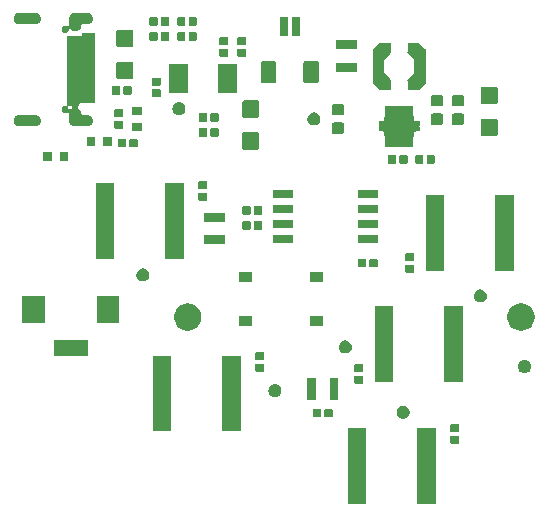
<source format=gbr>
G04 #@! TF.GenerationSoftware,KiCad,Pcbnew,5.1.5-52549c5~84~ubuntu18.04.1*
G04 #@! TF.CreationDate,2020-02-24T22:50:41+01:00*
G04 #@! TF.ProjectId,chase,63686173-652e-46b6-9963-61645f706362,rev?*
G04 #@! TF.SameCoordinates,Original*
G04 #@! TF.FileFunction,Soldermask,Bot*
G04 #@! TF.FilePolarity,Negative*
%FSLAX46Y46*%
G04 Gerber Fmt 4.6, Leading zero omitted, Abs format (unit mm)*
G04 Created by KiCad (PCBNEW 5.1.5-52549c5~84~ubuntu18.04.1) date 2020-02-24 22:50:41*
%MOMM*%
%LPD*%
G04 APERTURE LIST*
%ADD10C,0.100000*%
G04 APERTURE END LIST*
D10*
G36*
X136860500Y-142629000D02*
G01*
X135283500Y-142629000D01*
X135283500Y-136227000D01*
X136860500Y-136227000D01*
X136860500Y-142629000D01*
G37*
G36*
X130984500Y-142629000D02*
G01*
X129407500Y-142629000D01*
X129407500Y-136227000D01*
X130984500Y-136227000D01*
X130984500Y-142629000D01*
G37*
G36*
X138750938Y-136832716D02*
G01*
X138771557Y-136838971D01*
X138790553Y-136849124D01*
X138807208Y-136862792D01*
X138820876Y-136879447D01*
X138831029Y-136898443D01*
X138837284Y-136919062D01*
X138840000Y-136946640D01*
X138840000Y-137405360D01*
X138837284Y-137432938D01*
X138831029Y-137453557D01*
X138820876Y-137472553D01*
X138807208Y-137489208D01*
X138790553Y-137502876D01*
X138771557Y-137513029D01*
X138750938Y-137519284D01*
X138723360Y-137522000D01*
X138214640Y-137522000D01*
X138187062Y-137519284D01*
X138166443Y-137513029D01*
X138147447Y-137502876D01*
X138130792Y-137489208D01*
X138117124Y-137472553D01*
X138106971Y-137453557D01*
X138100716Y-137432938D01*
X138098000Y-137405360D01*
X138098000Y-136946640D01*
X138100716Y-136919062D01*
X138106971Y-136898443D01*
X138117124Y-136879447D01*
X138130792Y-136862792D01*
X138147447Y-136849124D01*
X138166443Y-136838971D01*
X138187062Y-136832716D01*
X138214640Y-136830000D01*
X138723360Y-136830000D01*
X138750938Y-136832716D01*
G37*
G36*
X138750938Y-135862716D02*
G01*
X138771557Y-135868971D01*
X138790553Y-135879124D01*
X138807208Y-135892792D01*
X138820876Y-135909447D01*
X138831029Y-135928443D01*
X138837284Y-135949062D01*
X138840000Y-135976640D01*
X138840000Y-136435360D01*
X138837284Y-136462938D01*
X138831029Y-136483557D01*
X138820876Y-136502553D01*
X138807208Y-136519208D01*
X138790553Y-136532876D01*
X138771557Y-136543029D01*
X138750938Y-136549284D01*
X138723360Y-136552000D01*
X138214640Y-136552000D01*
X138187062Y-136549284D01*
X138166443Y-136543029D01*
X138147447Y-136532876D01*
X138130792Y-136519208D01*
X138117124Y-136502553D01*
X138106971Y-136483557D01*
X138100716Y-136462938D01*
X138098000Y-136435360D01*
X138098000Y-135976640D01*
X138100716Y-135949062D01*
X138106971Y-135928443D01*
X138117124Y-135909447D01*
X138130792Y-135892792D01*
X138147447Y-135879124D01*
X138166443Y-135868971D01*
X138187062Y-135862716D01*
X138214640Y-135860000D01*
X138723360Y-135860000D01*
X138750938Y-135862716D01*
G37*
G36*
X120332500Y-136453000D02*
G01*
X118755500Y-136453000D01*
X118755500Y-130051000D01*
X120332500Y-130051000D01*
X120332500Y-136453000D01*
G37*
G36*
X114456500Y-136453000D02*
G01*
X112879500Y-136453000D01*
X112879500Y-130051000D01*
X114456500Y-130051000D01*
X114456500Y-136453000D01*
G37*
G36*
X134248221Y-134319674D02*
G01*
X134348495Y-134361209D01*
X134348496Y-134361210D01*
X134438742Y-134421510D01*
X134515490Y-134498258D01*
X134515491Y-134498260D01*
X134575791Y-134588505D01*
X134617326Y-134688779D01*
X134638500Y-134795230D01*
X134638500Y-134903770D01*
X134617326Y-135010221D01*
X134575791Y-135110495D01*
X134552902Y-135144751D01*
X134515490Y-135200742D01*
X134438742Y-135277490D01*
X134428999Y-135284000D01*
X134348495Y-135337791D01*
X134248221Y-135379326D01*
X134141770Y-135400500D01*
X134033230Y-135400500D01*
X133926779Y-135379326D01*
X133826505Y-135337791D01*
X133746001Y-135284000D01*
X133736258Y-135277490D01*
X133659510Y-135200742D01*
X133622098Y-135144751D01*
X133599209Y-135110495D01*
X133557674Y-135010221D01*
X133536500Y-134903770D01*
X133536500Y-134795230D01*
X133557674Y-134688779D01*
X133599209Y-134588505D01*
X133659509Y-134498260D01*
X133659510Y-134498258D01*
X133736258Y-134421510D01*
X133826504Y-134361210D01*
X133826505Y-134361209D01*
X133926779Y-134319674D01*
X134033230Y-134298500D01*
X134141770Y-134298500D01*
X134248221Y-134319674D01*
G37*
G36*
X127064938Y-134544716D02*
G01*
X127085557Y-134550971D01*
X127104553Y-134561124D01*
X127121208Y-134574792D01*
X127134876Y-134591447D01*
X127145029Y-134610443D01*
X127151284Y-134631062D01*
X127154000Y-134658640D01*
X127154000Y-135167360D01*
X127151284Y-135194938D01*
X127145029Y-135215557D01*
X127134876Y-135234553D01*
X127121208Y-135251208D01*
X127104553Y-135264876D01*
X127085557Y-135275029D01*
X127064938Y-135281284D01*
X127037360Y-135284000D01*
X126578640Y-135284000D01*
X126551062Y-135281284D01*
X126530443Y-135275029D01*
X126511447Y-135264876D01*
X126494792Y-135251208D01*
X126481124Y-135234553D01*
X126470971Y-135215557D01*
X126464716Y-135194938D01*
X126462000Y-135167360D01*
X126462000Y-134658640D01*
X126464716Y-134631062D01*
X126470971Y-134610443D01*
X126481124Y-134591447D01*
X126494792Y-134574792D01*
X126511447Y-134561124D01*
X126530443Y-134550971D01*
X126551062Y-134544716D01*
X126578640Y-134542000D01*
X127037360Y-134542000D01*
X127064938Y-134544716D01*
G37*
G36*
X128034938Y-134544716D02*
G01*
X128055557Y-134550971D01*
X128074553Y-134561124D01*
X128091208Y-134574792D01*
X128104876Y-134591447D01*
X128115029Y-134610443D01*
X128121284Y-134631062D01*
X128124000Y-134658640D01*
X128124000Y-135167360D01*
X128121284Y-135194938D01*
X128115029Y-135215557D01*
X128104876Y-135234553D01*
X128091208Y-135251208D01*
X128074553Y-135264876D01*
X128055557Y-135275029D01*
X128034938Y-135281284D01*
X128007360Y-135284000D01*
X127548640Y-135284000D01*
X127521062Y-135281284D01*
X127500443Y-135275029D01*
X127481447Y-135264876D01*
X127464792Y-135251208D01*
X127451124Y-135234553D01*
X127440971Y-135215557D01*
X127434716Y-135194938D01*
X127432000Y-135167360D01*
X127432000Y-134658640D01*
X127434716Y-134631062D01*
X127440971Y-134610443D01*
X127451124Y-134591447D01*
X127464792Y-134574792D01*
X127481447Y-134561124D01*
X127500443Y-134550971D01*
X127521062Y-134544716D01*
X127548640Y-134542000D01*
X128007360Y-134542000D01*
X128034938Y-134544716D01*
G37*
G36*
X128619000Y-133782000D02*
G01*
X127867000Y-133782000D01*
X127867000Y-131980000D01*
X128619000Y-131980000D01*
X128619000Y-133782000D01*
G37*
G36*
X126719000Y-133782000D02*
G01*
X125967000Y-133782000D01*
X125967000Y-131980000D01*
X126719000Y-131980000D01*
X126719000Y-133782000D01*
G37*
G36*
X123389721Y-132478174D02*
G01*
X123489995Y-132519709D01*
X123489996Y-132519710D01*
X123580242Y-132580010D01*
X123656990Y-132656758D01*
X123656991Y-132656760D01*
X123717291Y-132747005D01*
X123758826Y-132847279D01*
X123780000Y-132953730D01*
X123780000Y-133062270D01*
X123758826Y-133168721D01*
X123717291Y-133268995D01*
X123695906Y-133301000D01*
X123656990Y-133359242D01*
X123580242Y-133435990D01*
X123534812Y-133466345D01*
X123489995Y-133496291D01*
X123389721Y-133537826D01*
X123283270Y-133559000D01*
X123174730Y-133559000D01*
X123068279Y-133537826D01*
X122968005Y-133496291D01*
X122923188Y-133466345D01*
X122877758Y-133435990D01*
X122801010Y-133359242D01*
X122762094Y-133301000D01*
X122740709Y-133268995D01*
X122699174Y-133168721D01*
X122678000Y-133062270D01*
X122678000Y-132953730D01*
X122699174Y-132847279D01*
X122740709Y-132747005D01*
X122801009Y-132656760D01*
X122801010Y-132656758D01*
X122877758Y-132580010D01*
X122968004Y-132519710D01*
X122968005Y-132519709D01*
X123068279Y-132478174D01*
X123174730Y-132457000D01*
X123283270Y-132457000D01*
X123389721Y-132478174D01*
G37*
G36*
X130622938Y-131752716D02*
G01*
X130643557Y-131758971D01*
X130662553Y-131769124D01*
X130679208Y-131782792D01*
X130692876Y-131799447D01*
X130703029Y-131818443D01*
X130709284Y-131839062D01*
X130712000Y-131866640D01*
X130712000Y-132325360D01*
X130709284Y-132352938D01*
X130703029Y-132373557D01*
X130692876Y-132392553D01*
X130679208Y-132409208D01*
X130662553Y-132422876D01*
X130643557Y-132433029D01*
X130622938Y-132439284D01*
X130595360Y-132442000D01*
X130086640Y-132442000D01*
X130059062Y-132439284D01*
X130038443Y-132433029D01*
X130019447Y-132422876D01*
X130002792Y-132409208D01*
X129989124Y-132392553D01*
X129978971Y-132373557D01*
X129972716Y-132352938D01*
X129970000Y-132325360D01*
X129970000Y-131866640D01*
X129972716Y-131839062D01*
X129978971Y-131818443D01*
X129989124Y-131799447D01*
X130002792Y-131782792D01*
X130019447Y-131769124D01*
X130038443Y-131758971D01*
X130059062Y-131752716D01*
X130086640Y-131750000D01*
X130595360Y-131750000D01*
X130622938Y-131752716D01*
G37*
G36*
X133271500Y-132272000D02*
G01*
X131694500Y-132272000D01*
X131694500Y-125870000D01*
X133271500Y-125870000D01*
X133271500Y-132272000D01*
G37*
G36*
X139147500Y-132272000D02*
G01*
X137570500Y-132272000D01*
X137570500Y-125870000D01*
X139147500Y-125870000D01*
X139147500Y-132272000D01*
G37*
G36*
X144535221Y-130446174D02*
G01*
X144635495Y-130487709D01*
X144635496Y-130487710D01*
X144725742Y-130548010D01*
X144802490Y-130624758D01*
X144802491Y-130624760D01*
X144862791Y-130715005D01*
X144904326Y-130815279D01*
X144925500Y-130921730D01*
X144925500Y-131030270D01*
X144904326Y-131136721D01*
X144862791Y-131236995D01*
X144862790Y-131236996D01*
X144802490Y-131327242D01*
X144725742Y-131403990D01*
X144699792Y-131421329D01*
X144635495Y-131464291D01*
X144535221Y-131505826D01*
X144428770Y-131527000D01*
X144320230Y-131527000D01*
X144213779Y-131505826D01*
X144113505Y-131464291D01*
X144049208Y-131421329D01*
X144023258Y-131403990D01*
X143946510Y-131327242D01*
X143886210Y-131236996D01*
X143886209Y-131236995D01*
X143844674Y-131136721D01*
X143823500Y-131030270D01*
X143823500Y-130921730D01*
X143844674Y-130815279D01*
X143886209Y-130715005D01*
X143946509Y-130624760D01*
X143946510Y-130624758D01*
X144023258Y-130548010D01*
X144113504Y-130487710D01*
X144113505Y-130487709D01*
X144213779Y-130446174D01*
X144320230Y-130425000D01*
X144428770Y-130425000D01*
X144535221Y-130446174D01*
G37*
G36*
X130622938Y-130782716D02*
G01*
X130643557Y-130788971D01*
X130662553Y-130799124D01*
X130679208Y-130812792D01*
X130692876Y-130829447D01*
X130703029Y-130848443D01*
X130709284Y-130869062D01*
X130712000Y-130896640D01*
X130712000Y-131355360D01*
X130709284Y-131382938D01*
X130703029Y-131403557D01*
X130692876Y-131422553D01*
X130679208Y-131439208D01*
X130662553Y-131452876D01*
X130643557Y-131463029D01*
X130622938Y-131469284D01*
X130595360Y-131472000D01*
X130086640Y-131472000D01*
X130059062Y-131469284D01*
X130038443Y-131463029D01*
X130019447Y-131452876D01*
X130002792Y-131439208D01*
X129989124Y-131422553D01*
X129978971Y-131403557D01*
X129972716Y-131382938D01*
X129970000Y-131355360D01*
X129970000Y-130896640D01*
X129972716Y-130869062D01*
X129978971Y-130848443D01*
X129989124Y-130829447D01*
X130002792Y-130812792D01*
X130019447Y-130799124D01*
X130038443Y-130788971D01*
X130059062Y-130782716D01*
X130086640Y-130780000D01*
X130595360Y-130780000D01*
X130622938Y-130782716D01*
G37*
G36*
X122240938Y-130736716D02*
G01*
X122261557Y-130742971D01*
X122280553Y-130753124D01*
X122297208Y-130766792D01*
X122310876Y-130783447D01*
X122321029Y-130802443D01*
X122327284Y-130823062D01*
X122330000Y-130850640D01*
X122330000Y-131309360D01*
X122327284Y-131336938D01*
X122321029Y-131357557D01*
X122310876Y-131376553D01*
X122297208Y-131393208D01*
X122280553Y-131406876D01*
X122261557Y-131417029D01*
X122240938Y-131423284D01*
X122213360Y-131426000D01*
X121704640Y-131426000D01*
X121677062Y-131423284D01*
X121656443Y-131417029D01*
X121637447Y-131406876D01*
X121620792Y-131393208D01*
X121607124Y-131376553D01*
X121596971Y-131357557D01*
X121590716Y-131336938D01*
X121588000Y-131309360D01*
X121588000Y-130850640D01*
X121590716Y-130823062D01*
X121596971Y-130802443D01*
X121607124Y-130783447D01*
X121620792Y-130766792D01*
X121637447Y-130753124D01*
X121656443Y-130742971D01*
X121677062Y-130736716D01*
X121704640Y-130734000D01*
X122213360Y-130734000D01*
X122240938Y-130736716D01*
G37*
G36*
X122240938Y-129766716D02*
G01*
X122261557Y-129772971D01*
X122280553Y-129783124D01*
X122297208Y-129796792D01*
X122310876Y-129813447D01*
X122321029Y-129832443D01*
X122327284Y-129853062D01*
X122330000Y-129880640D01*
X122330000Y-130339360D01*
X122327284Y-130366938D01*
X122321029Y-130387557D01*
X122310876Y-130406553D01*
X122297208Y-130423208D01*
X122280553Y-130436876D01*
X122261557Y-130447029D01*
X122240938Y-130453284D01*
X122213360Y-130456000D01*
X121704640Y-130456000D01*
X121677062Y-130453284D01*
X121656443Y-130447029D01*
X121637447Y-130436876D01*
X121620792Y-130423208D01*
X121607124Y-130406553D01*
X121596971Y-130387557D01*
X121590716Y-130366938D01*
X121588000Y-130339360D01*
X121588000Y-129880640D01*
X121590716Y-129853062D01*
X121596971Y-129832443D01*
X121607124Y-129813447D01*
X121620792Y-129796792D01*
X121637447Y-129783124D01*
X121656443Y-129772971D01*
X121677062Y-129766716D01*
X121704640Y-129764000D01*
X122213360Y-129764000D01*
X122240938Y-129766716D01*
G37*
G36*
X107408000Y-130098000D02*
G01*
X104506000Y-130098000D01*
X104506000Y-128696000D01*
X107408000Y-128696000D01*
X107408000Y-130098000D01*
G37*
G36*
X129358721Y-128795174D02*
G01*
X129458995Y-128836709D01*
X129458996Y-128836710D01*
X129549242Y-128897010D01*
X129625990Y-128973758D01*
X129625991Y-128973760D01*
X129686291Y-129064005D01*
X129727826Y-129164279D01*
X129749000Y-129270730D01*
X129749000Y-129379270D01*
X129727826Y-129485721D01*
X129686291Y-129585995D01*
X129686290Y-129585996D01*
X129625990Y-129676242D01*
X129549242Y-129752990D01*
X129519338Y-129772971D01*
X129458995Y-129813291D01*
X129358721Y-129854826D01*
X129252270Y-129876000D01*
X129143730Y-129876000D01*
X129037279Y-129854826D01*
X128937005Y-129813291D01*
X128876662Y-129772971D01*
X128846758Y-129752990D01*
X128770010Y-129676242D01*
X128709710Y-129585996D01*
X128709709Y-129585995D01*
X128668174Y-129485721D01*
X128647000Y-129379270D01*
X128647000Y-129270730D01*
X128668174Y-129164279D01*
X128709709Y-129064005D01*
X128770009Y-128973760D01*
X128770010Y-128973758D01*
X128846758Y-128897010D01*
X128937004Y-128836710D01*
X128937005Y-128836709D01*
X129037279Y-128795174D01*
X129143730Y-128774000D01*
X129252270Y-128774000D01*
X129358721Y-128795174D01*
G37*
G36*
X116087549Y-125656116D02*
G01*
X116198734Y-125678232D01*
X116408203Y-125764997D01*
X116596720Y-125890960D01*
X116757040Y-126051280D01*
X116883003Y-126239797D01*
X116969768Y-126449266D01*
X117014000Y-126671636D01*
X117014000Y-126898364D01*
X116969768Y-127120734D01*
X116883003Y-127330203D01*
X116757040Y-127518720D01*
X116596720Y-127679040D01*
X116408203Y-127805003D01*
X116198734Y-127891768D01*
X116087549Y-127913884D01*
X115976365Y-127936000D01*
X115749635Y-127936000D01*
X115638451Y-127913884D01*
X115527266Y-127891768D01*
X115317797Y-127805003D01*
X115129280Y-127679040D01*
X114968960Y-127518720D01*
X114842997Y-127330203D01*
X114756232Y-127120734D01*
X114712000Y-126898364D01*
X114712000Y-126671636D01*
X114756232Y-126449266D01*
X114842997Y-126239797D01*
X114968960Y-126051280D01*
X115129280Y-125890960D01*
X115317797Y-125764997D01*
X115527266Y-125678232D01*
X115638451Y-125656116D01*
X115749635Y-125634000D01*
X115976365Y-125634000D01*
X116087549Y-125656116D01*
G37*
G36*
X144304049Y-125656116D02*
G01*
X144415234Y-125678232D01*
X144624703Y-125764997D01*
X144813220Y-125890960D01*
X144973540Y-126051280D01*
X145099503Y-126239797D01*
X145186268Y-126449266D01*
X145230500Y-126671636D01*
X145230500Y-126898364D01*
X145186268Y-127120734D01*
X145099503Y-127330203D01*
X144973540Y-127518720D01*
X144813220Y-127679040D01*
X144624703Y-127805003D01*
X144415234Y-127891768D01*
X144304049Y-127913884D01*
X144192865Y-127936000D01*
X143966135Y-127936000D01*
X143854951Y-127913884D01*
X143743766Y-127891768D01*
X143534297Y-127805003D01*
X143345780Y-127679040D01*
X143185460Y-127518720D01*
X143059497Y-127330203D01*
X142972732Y-127120734D01*
X142928500Y-126898364D01*
X142928500Y-126671636D01*
X142972732Y-126449266D01*
X143059497Y-126239797D01*
X143185460Y-126051280D01*
X143345780Y-125890960D01*
X143534297Y-125764997D01*
X143743766Y-125678232D01*
X143854951Y-125656116D01*
X143966135Y-125634000D01*
X144192865Y-125634000D01*
X144304049Y-125656116D01*
G37*
G36*
X127288000Y-127562000D02*
G01*
X126186000Y-127562000D01*
X126186000Y-126710000D01*
X127288000Y-126710000D01*
X127288000Y-127562000D01*
G37*
G36*
X121288000Y-127562000D02*
G01*
X120186000Y-127562000D01*
X120186000Y-126710000D01*
X121288000Y-126710000D01*
X121288000Y-127562000D01*
G37*
G36*
X110058000Y-127298000D02*
G01*
X108156000Y-127298000D01*
X108156000Y-124996000D01*
X110058000Y-124996000D01*
X110058000Y-127298000D01*
G37*
G36*
X103758000Y-127298000D02*
G01*
X101856000Y-127298000D01*
X101856000Y-124996000D01*
X103758000Y-124996000D01*
X103758000Y-127298000D01*
G37*
G36*
X140788721Y-124477174D02*
G01*
X140888995Y-124518709D01*
X140888996Y-124518710D01*
X140979242Y-124579010D01*
X141055990Y-124655758D01*
X141055991Y-124655760D01*
X141116291Y-124746005D01*
X141157826Y-124846279D01*
X141179000Y-124952730D01*
X141179000Y-125061270D01*
X141157826Y-125167721D01*
X141116291Y-125267995D01*
X141116290Y-125267996D01*
X141055990Y-125358242D01*
X140979242Y-125434990D01*
X140933812Y-125465345D01*
X140888995Y-125495291D01*
X140788721Y-125536826D01*
X140682270Y-125558000D01*
X140573730Y-125558000D01*
X140467279Y-125536826D01*
X140367005Y-125495291D01*
X140322188Y-125465345D01*
X140276758Y-125434990D01*
X140200010Y-125358242D01*
X140139710Y-125267996D01*
X140139709Y-125267995D01*
X140098174Y-125167721D01*
X140077000Y-125061270D01*
X140077000Y-124952730D01*
X140098174Y-124846279D01*
X140139709Y-124746005D01*
X140200009Y-124655760D01*
X140200010Y-124655758D01*
X140276758Y-124579010D01*
X140367004Y-124518710D01*
X140367005Y-124518709D01*
X140467279Y-124477174D01*
X140573730Y-124456000D01*
X140682270Y-124456000D01*
X140788721Y-124477174D01*
G37*
G36*
X127288000Y-123812000D02*
G01*
X126186000Y-123812000D01*
X126186000Y-122960000D01*
X127288000Y-122960000D01*
X127288000Y-123812000D01*
G37*
G36*
X121288000Y-123812000D02*
G01*
X120186000Y-123812000D01*
X120186000Y-122960000D01*
X121288000Y-122960000D01*
X121288000Y-123812000D01*
G37*
G36*
X112213721Y-122699174D02*
G01*
X112313995Y-122740709D01*
X112313996Y-122740710D01*
X112404242Y-122801010D01*
X112480990Y-122877758D01*
X112480991Y-122877760D01*
X112541291Y-122968005D01*
X112582826Y-123068279D01*
X112604000Y-123174730D01*
X112604000Y-123283270D01*
X112582826Y-123389721D01*
X112541291Y-123489995D01*
X112541290Y-123489996D01*
X112480990Y-123580242D01*
X112404242Y-123656990D01*
X112358812Y-123687345D01*
X112313995Y-123717291D01*
X112213721Y-123758826D01*
X112107270Y-123780000D01*
X111998730Y-123780000D01*
X111892279Y-123758826D01*
X111792005Y-123717291D01*
X111747188Y-123687345D01*
X111701758Y-123656990D01*
X111625010Y-123580242D01*
X111564710Y-123489996D01*
X111564709Y-123489995D01*
X111523174Y-123389721D01*
X111502000Y-123283270D01*
X111502000Y-123174730D01*
X111523174Y-123068279D01*
X111564709Y-122968005D01*
X111625009Y-122877760D01*
X111625010Y-122877758D01*
X111701758Y-122801010D01*
X111792004Y-122740710D01*
X111792005Y-122740709D01*
X111892279Y-122699174D01*
X111998730Y-122678000D01*
X112107270Y-122678000D01*
X112213721Y-122699174D01*
G37*
G36*
X134940938Y-122354716D02*
G01*
X134961557Y-122360971D01*
X134980553Y-122371124D01*
X134997208Y-122384792D01*
X135010876Y-122401447D01*
X135021029Y-122420443D01*
X135027284Y-122441062D01*
X135030000Y-122468640D01*
X135030000Y-122927360D01*
X135027284Y-122954938D01*
X135021029Y-122975557D01*
X135010876Y-122994553D01*
X134997208Y-123011208D01*
X134980553Y-123024876D01*
X134961557Y-123035029D01*
X134940938Y-123041284D01*
X134913360Y-123044000D01*
X134404640Y-123044000D01*
X134377062Y-123041284D01*
X134356443Y-123035029D01*
X134337447Y-123024876D01*
X134320792Y-123011208D01*
X134307124Y-122994553D01*
X134296971Y-122975557D01*
X134290716Y-122954938D01*
X134288000Y-122927360D01*
X134288000Y-122468640D01*
X134290716Y-122441062D01*
X134296971Y-122420443D01*
X134307124Y-122401447D01*
X134320792Y-122384792D01*
X134337447Y-122371124D01*
X134356443Y-122360971D01*
X134377062Y-122354716D01*
X134404640Y-122352000D01*
X134913360Y-122352000D01*
X134940938Y-122354716D01*
G37*
G36*
X143465500Y-122874000D02*
G01*
X141888500Y-122874000D01*
X141888500Y-116472000D01*
X143465500Y-116472000D01*
X143465500Y-122874000D01*
G37*
G36*
X137589500Y-122874000D02*
G01*
X136012500Y-122874000D01*
X136012500Y-116472000D01*
X137589500Y-116472000D01*
X137589500Y-122874000D01*
G37*
G36*
X130874938Y-121844716D02*
G01*
X130895557Y-121850971D01*
X130914553Y-121861124D01*
X130931208Y-121874792D01*
X130944876Y-121891447D01*
X130955029Y-121910443D01*
X130961284Y-121931062D01*
X130964000Y-121958640D01*
X130964000Y-122467360D01*
X130961284Y-122494938D01*
X130955029Y-122515557D01*
X130944876Y-122534553D01*
X130931208Y-122551208D01*
X130914553Y-122564876D01*
X130895557Y-122575029D01*
X130874938Y-122581284D01*
X130847360Y-122584000D01*
X130388640Y-122584000D01*
X130361062Y-122581284D01*
X130340443Y-122575029D01*
X130321447Y-122564876D01*
X130304792Y-122551208D01*
X130291124Y-122534553D01*
X130280971Y-122515557D01*
X130274716Y-122494938D01*
X130272000Y-122467360D01*
X130272000Y-121958640D01*
X130274716Y-121931062D01*
X130280971Y-121910443D01*
X130291124Y-121891447D01*
X130304792Y-121874792D01*
X130321447Y-121861124D01*
X130340443Y-121850971D01*
X130361062Y-121844716D01*
X130388640Y-121842000D01*
X130847360Y-121842000D01*
X130874938Y-121844716D01*
G37*
G36*
X131844938Y-121844716D02*
G01*
X131865557Y-121850971D01*
X131884553Y-121861124D01*
X131901208Y-121874792D01*
X131914876Y-121891447D01*
X131925029Y-121910443D01*
X131931284Y-121931062D01*
X131934000Y-121958640D01*
X131934000Y-122467360D01*
X131931284Y-122494938D01*
X131925029Y-122515557D01*
X131914876Y-122534553D01*
X131901208Y-122551208D01*
X131884553Y-122564876D01*
X131865557Y-122575029D01*
X131844938Y-122581284D01*
X131817360Y-122584000D01*
X131358640Y-122584000D01*
X131331062Y-122581284D01*
X131310443Y-122575029D01*
X131291447Y-122564876D01*
X131274792Y-122551208D01*
X131261124Y-122534553D01*
X131250971Y-122515557D01*
X131244716Y-122494938D01*
X131242000Y-122467360D01*
X131242000Y-121958640D01*
X131244716Y-121931062D01*
X131250971Y-121910443D01*
X131261124Y-121891447D01*
X131274792Y-121874792D01*
X131291447Y-121861124D01*
X131310443Y-121850971D01*
X131331062Y-121844716D01*
X131358640Y-121842000D01*
X131817360Y-121842000D01*
X131844938Y-121844716D01*
G37*
G36*
X134940938Y-121384716D02*
G01*
X134961557Y-121390971D01*
X134980553Y-121401124D01*
X134997208Y-121414792D01*
X135010876Y-121431447D01*
X135021029Y-121450443D01*
X135027284Y-121471062D01*
X135030000Y-121498640D01*
X135030000Y-121957360D01*
X135027284Y-121984938D01*
X135021029Y-122005557D01*
X135010876Y-122024553D01*
X134997208Y-122041208D01*
X134980553Y-122054876D01*
X134961557Y-122065029D01*
X134940938Y-122071284D01*
X134913360Y-122074000D01*
X134404640Y-122074000D01*
X134377062Y-122071284D01*
X134356443Y-122065029D01*
X134337447Y-122054876D01*
X134320792Y-122041208D01*
X134307124Y-122024553D01*
X134296971Y-122005557D01*
X134290716Y-121984938D01*
X134288000Y-121957360D01*
X134288000Y-121498640D01*
X134290716Y-121471062D01*
X134296971Y-121450443D01*
X134307124Y-121431447D01*
X134320792Y-121414792D01*
X134337447Y-121401124D01*
X134356443Y-121390971D01*
X134377062Y-121384716D01*
X134404640Y-121382000D01*
X134913360Y-121382000D01*
X134940938Y-121384716D01*
G37*
G36*
X109649500Y-121858000D02*
G01*
X108072500Y-121858000D01*
X108072500Y-115456000D01*
X109649500Y-115456000D01*
X109649500Y-121858000D01*
G37*
G36*
X115525500Y-121858000D02*
G01*
X113948500Y-121858000D01*
X113948500Y-115456000D01*
X115525500Y-115456000D01*
X115525500Y-121858000D01*
G37*
G36*
X119050000Y-120618000D02*
G01*
X117248000Y-120618000D01*
X117248000Y-119866000D01*
X119050000Y-119866000D01*
X119050000Y-120618000D01*
G37*
G36*
X131862928Y-119832764D02*
G01*
X131884009Y-119839160D01*
X131903445Y-119849548D01*
X131920476Y-119863524D01*
X131934452Y-119880555D01*
X131944840Y-119899991D01*
X131951236Y-119921072D01*
X131954000Y-119949140D01*
X131954000Y-120412860D01*
X131951236Y-120440928D01*
X131944840Y-120462009D01*
X131934452Y-120481445D01*
X131920476Y-120498476D01*
X131903445Y-120512452D01*
X131884009Y-120522840D01*
X131862928Y-120529236D01*
X131834860Y-120532000D01*
X130371140Y-120532000D01*
X130343072Y-120529236D01*
X130321991Y-120522840D01*
X130302555Y-120512452D01*
X130285524Y-120498476D01*
X130271548Y-120481445D01*
X130261160Y-120462009D01*
X130254764Y-120440928D01*
X130252000Y-120412860D01*
X130252000Y-119949140D01*
X130254764Y-119921072D01*
X130261160Y-119899991D01*
X130271548Y-119880555D01*
X130285524Y-119863524D01*
X130302555Y-119849548D01*
X130321991Y-119839160D01*
X130343072Y-119832764D01*
X130371140Y-119830000D01*
X131834860Y-119830000D01*
X131862928Y-119832764D01*
G37*
G36*
X124662928Y-119832764D02*
G01*
X124684009Y-119839160D01*
X124703445Y-119849548D01*
X124720476Y-119863524D01*
X124734452Y-119880555D01*
X124744840Y-119899991D01*
X124751236Y-119921072D01*
X124754000Y-119949140D01*
X124754000Y-120412860D01*
X124751236Y-120440928D01*
X124744840Y-120462009D01*
X124734452Y-120481445D01*
X124720476Y-120498476D01*
X124703445Y-120512452D01*
X124684009Y-120522840D01*
X124662928Y-120529236D01*
X124634860Y-120532000D01*
X123171140Y-120532000D01*
X123143072Y-120529236D01*
X123121991Y-120522840D01*
X123102555Y-120512452D01*
X123085524Y-120498476D01*
X123071548Y-120481445D01*
X123061160Y-120462009D01*
X123054764Y-120440928D01*
X123052000Y-120412860D01*
X123052000Y-119949140D01*
X123054764Y-119921072D01*
X123061160Y-119899991D01*
X123071548Y-119880555D01*
X123085524Y-119863524D01*
X123102555Y-119849548D01*
X123121991Y-119839160D01*
X123143072Y-119832764D01*
X123171140Y-119830000D01*
X124634860Y-119830000D01*
X124662928Y-119832764D01*
G37*
G36*
X121095938Y-118669716D02*
G01*
X121116557Y-118675971D01*
X121135553Y-118686124D01*
X121152208Y-118699792D01*
X121165876Y-118716447D01*
X121176029Y-118735443D01*
X121182284Y-118756062D01*
X121185000Y-118783640D01*
X121185000Y-119292360D01*
X121182284Y-119319938D01*
X121176029Y-119340557D01*
X121165876Y-119359553D01*
X121152208Y-119376208D01*
X121135553Y-119389876D01*
X121116557Y-119400029D01*
X121095938Y-119406284D01*
X121068360Y-119409000D01*
X120609640Y-119409000D01*
X120582062Y-119406284D01*
X120561443Y-119400029D01*
X120542447Y-119389876D01*
X120525792Y-119376208D01*
X120512124Y-119359553D01*
X120501971Y-119340557D01*
X120495716Y-119319938D01*
X120493000Y-119292360D01*
X120493000Y-118783640D01*
X120495716Y-118756062D01*
X120501971Y-118735443D01*
X120512124Y-118716447D01*
X120525792Y-118699792D01*
X120542447Y-118686124D01*
X120561443Y-118675971D01*
X120582062Y-118669716D01*
X120609640Y-118667000D01*
X121068360Y-118667000D01*
X121095938Y-118669716D01*
G37*
G36*
X122065938Y-118669716D02*
G01*
X122086557Y-118675971D01*
X122105553Y-118686124D01*
X122122208Y-118699792D01*
X122135876Y-118716447D01*
X122146029Y-118735443D01*
X122152284Y-118756062D01*
X122155000Y-118783640D01*
X122155000Y-119292360D01*
X122152284Y-119319938D01*
X122146029Y-119340557D01*
X122135876Y-119359553D01*
X122122208Y-119376208D01*
X122105553Y-119389876D01*
X122086557Y-119400029D01*
X122065938Y-119406284D01*
X122038360Y-119409000D01*
X121579640Y-119409000D01*
X121552062Y-119406284D01*
X121531443Y-119400029D01*
X121512447Y-119389876D01*
X121495792Y-119376208D01*
X121482124Y-119359553D01*
X121471971Y-119340557D01*
X121465716Y-119319938D01*
X121463000Y-119292360D01*
X121463000Y-118783640D01*
X121465716Y-118756062D01*
X121471971Y-118735443D01*
X121482124Y-118716447D01*
X121495792Y-118699792D01*
X121512447Y-118686124D01*
X121531443Y-118675971D01*
X121552062Y-118669716D01*
X121579640Y-118667000D01*
X122038360Y-118667000D01*
X122065938Y-118669716D01*
G37*
G36*
X124662928Y-118562764D02*
G01*
X124684009Y-118569160D01*
X124703445Y-118579548D01*
X124720476Y-118593524D01*
X124734452Y-118610555D01*
X124744840Y-118629991D01*
X124751236Y-118651072D01*
X124754000Y-118679140D01*
X124754000Y-119142860D01*
X124751236Y-119170928D01*
X124744840Y-119192009D01*
X124734452Y-119211445D01*
X124720476Y-119228476D01*
X124703445Y-119242452D01*
X124684009Y-119252840D01*
X124662928Y-119259236D01*
X124634860Y-119262000D01*
X123171140Y-119262000D01*
X123143072Y-119259236D01*
X123121991Y-119252840D01*
X123102555Y-119242452D01*
X123085524Y-119228476D01*
X123071548Y-119211445D01*
X123061160Y-119192009D01*
X123054764Y-119170928D01*
X123052000Y-119142860D01*
X123052000Y-118679140D01*
X123054764Y-118651072D01*
X123061160Y-118629991D01*
X123071548Y-118610555D01*
X123085524Y-118593524D01*
X123102555Y-118579548D01*
X123121991Y-118569160D01*
X123143072Y-118562764D01*
X123171140Y-118560000D01*
X124634860Y-118560000D01*
X124662928Y-118562764D01*
G37*
G36*
X131862928Y-118562764D02*
G01*
X131884009Y-118569160D01*
X131903445Y-118579548D01*
X131920476Y-118593524D01*
X131934452Y-118610555D01*
X131944840Y-118629991D01*
X131951236Y-118651072D01*
X131954000Y-118679140D01*
X131954000Y-119142860D01*
X131951236Y-119170928D01*
X131944840Y-119192009D01*
X131934452Y-119211445D01*
X131920476Y-119228476D01*
X131903445Y-119242452D01*
X131884009Y-119252840D01*
X131862928Y-119259236D01*
X131834860Y-119262000D01*
X130371140Y-119262000D01*
X130343072Y-119259236D01*
X130321991Y-119252840D01*
X130302555Y-119242452D01*
X130285524Y-119228476D01*
X130271548Y-119211445D01*
X130261160Y-119192009D01*
X130254764Y-119170928D01*
X130252000Y-119142860D01*
X130252000Y-118679140D01*
X130254764Y-118651072D01*
X130261160Y-118629991D01*
X130271548Y-118610555D01*
X130285524Y-118593524D01*
X130302555Y-118579548D01*
X130321991Y-118569160D01*
X130343072Y-118562764D01*
X130371140Y-118560000D01*
X131834860Y-118560000D01*
X131862928Y-118562764D01*
G37*
G36*
X119050000Y-118718000D02*
G01*
X117248000Y-118718000D01*
X117248000Y-117966000D01*
X119050000Y-117966000D01*
X119050000Y-118718000D01*
G37*
G36*
X122065938Y-117399716D02*
G01*
X122086557Y-117405971D01*
X122105553Y-117416124D01*
X122122208Y-117429792D01*
X122135876Y-117446447D01*
X122146029Y-117465443D01*
X122152284Y-117486062D01*
X122155000Y-117513640D01*
X122155000Y-118022360D01*
X122152284Y-118049938D01*
X122146029Y-118070557D01*
X122135876Y-118089553D01*
X122122208Y-118106208D01*
X122105553Y-118119876D01*
X122086557Y-118130029D01*
X122065938Y-118136284D01*
X122038360Y-118139000D01*
X121579640Y-118139000D01*
X121552062Y-118136284D01*
X121531443Y-118130029D01*
X121512447Y-118119876D01*
X121495792Y-118106208D01*
X121482124Y-118089553D01*
X121471971Y-118070557D01*
X121465716Y-118049938D01*
X121463000Y-118022360D01*
X121463000Y-117513640D01*
X121465716Y-117486062D01*
X121471971Y-117465443D01*
X121482124Y-117446447D01*
X121495792Y-117429792D01*
X121512447Y-117416124D01*
X121531443Y-117405971D01*
X121552062Y-117399716D01*
X121579640Y-117397000D01*
X122038360Y-117397000D01*
X122065938Y-117399716D01*
G37*
G36*
X121095938Y-117399716D02*
G01*
X121116557Y-117405971D01*
X121135553Y-117416124D01*
X121152208Y-117429792D01*
X121165876Y-117446447D01*
X121176029Y-117465443D01*
X121182284Y-117486062D01*
X121185000Y-117513640D01*
X121185000Y-118022360D01*
X121182284Y-118049938D01*
X121176029Y-118070557D01*
X121165876Y-118089553D01*
X121152208Y-118106208D01*
X121135553Y-118119876D01*
X121116557Y-118130029D01*
X121095938Y-118136284D01*
X121068360Y-118139000D01*
X120609640Y-118139000D01*
X120582062Y-118136284D01*
X120561443Y-118130029D01*
X120542447Y-118119876D01*
X120525792Y-118106208D01*
X120512124Y-118089553D01*
X120501971Y-118070557D01*
X120495716Y-118049938D01*
X120493000Y-118022360D01*
X120493000Y-117513640D01*
X120495716Y-117486062D01*
X120501971Y-117465443D01*
X120512124Y-117446447D01*
X120525792Y-117429792D01*
X120542447Y-117416124D01*
X120561443Y-117405971D01*
X120582062Y-117399716D01*
X120609640Y-117397000D01*
X121068360Y-117397000D01*
X121095938Y-117399716D01*
G37*
G36*
X124662928Y-117292764D02*
G01*
X124684009Y-117299160D01*
X124703445Y-117309548D01*
X124720476Y-117323524D01*
X124734452Y-117340555D01*
X124744840Y-117359991D01*
X124751236Y-117381072D01*
X124754000Y-117409140D01*
X124754000Y-117872860D01*
X124751236Y-117900928D01*
X124744840Y-117922009D01*
X124734452Y-117941445D01*
X124720476Y-117958476D01*
X124703445Y-117972452D01*
X124684009Y-117982840D01*
X124662928Y-117989236D01*
X124634860Y-117992000D01*
X123171140Y-117992000D01*
X123143072Y-117989236D01*
X123121991Y-117982840D01*
X123102555Y-117972452D01*
X123085524Y-117958476D01*
X123071548Y-117941445D01*
X123061160Y-117922009D01*
X123054764Y-117900928D01*
X123052000Y-117872860D01*
X123052000Y-117409140D01*
X123054764Y-117381072D01*
X123061160Y-117359991D01*
X123071548Y-117340555D01*
X123085524Y-117323524D01*
X123102555Y-117309548D01*
X123121991Y-117299160D01*
X123143072Y-117292764D01*
X123171140Y-117290000D01*
X124634860Y-117290000D01*
X124662928Y-117292764D01*
G37*
G36*
X131862928Y-117292764D02*
G01*
X131884009Y-117299160D01*
X131903445Y-117309548D01*
X131920476Y-117323524D01*
X131934452Y-117340555D01*
X131944840Y-117359991D01*
X131951236Y-117381072D01*
X131954000Y-117409140D01*
X131954000Y-117872860D01*
X131951236Y-117900928D01*
X131944840Y-117922009D01*
X131934452Y-117941445D01*
X131920476Y-117958476D01*
X131903445Y-117972452D01*
X131884009Y-117982840D01*
X131862928Y-117989236D01*
X131834860Y-117992000D01*
X130371140Y-117992000D01*
X130343072Y-117989236D01*
X130321991Y-117982840D01*
X130302555Y-117972452D01*
X130285524Y-117958476D01*
X130271548Y-117941445D01*
X130261160Y-117922009D01*
X130254764Y-117900928D01*
X130252000Y-117872860D01*
X130252000Y-117409140D01*
X130254764Y-117381072D01*
X130261160Y-117359991D01*
X130271548Y-117340555D01*
X130285524Y-117323524D01*
X130302555Y-117309548D01*
X130321991Y-117299160D01*
X130343072Y-117292764D01*
X130371140Y-117290000D01*
X131834860Y-117290000D01*
X131862928Y-117292764D01*
G37*
G36*
X117414938Y-116258716D02*
G01*
X117435557Y-116264971D01*
X117454553Y-116275124D01*
X117471208Y-116288792D01*
X117484876Y-116305447D01*
X117495029Y-116324443D01*
X117501284Y-116345062D01*
X117504000Y-116372640D01*
X117504000Y-116831360D01*
X117501284Y-116858938D01*
X117495029Y-116879557D01*
X117484876Y-116898553D01*
X117471208Y-116915208D01*
X117454553Y-116928876D01*
X117435557Y-116939029D01*
X117414938Y-116945284D01*
X117387360Y-116948000D01*
X116878640Y-116948000D01*
X116851062Y-116945284D01*
X116830443Y-116939029D01*
X116811447Y-116928876D01*
X116794792Y-116915208D01*
X116781124Y-116898553D01*
X116770971Y-116879557D01*
X116764716Y-116858938D01*
X116762000Y-116831360D01*
X116762000Y-116372640D01*
X116764716Y-116345062D01*
X116770971Y-116324443D01*
X116781124Y-116305447D01*
X116794792Y-116288792D01*
X116811447Y-116275124D01*
X116830443Y-116264971D01*
X116851062Y-116258716D01*
X116878640Y-116256000D01*
X117387360Y-116256000D01*
X117414938Y-116258716D01*
G37*
G36*
X124662928Y-116022764D02*
G01*
X124684009Y-116029160D01*
X124703445Y-116039548D01*
X124720476Y-116053524D01*
X124734452Y-116070555D01*
X124744840Y-116089991D01*
X124751236Y-116111072D01*
X124754000Y-116139140D01*
X124754000Y-116602860D01*
X124751236Y-116630928D01*
X124744840Y-116652009D01*
X124734452Y-116671445D01*
X124720476Y-116688476D01*
X124703445Y-116702452D01*
X124684009Y-116712840D01*
X124662928Y-116719236D01*
X124634860Y-116722000D01*
X123171140Y-116722000D01*
X123143072Y-116719236D01*
X123121991Y-116712840D01*
X123102555Y-116702452D01*
X123085524Y-116688476D01*
X123071548Y-116671445D01*
X123061160Y-116652009D01*
X123054764Y-116630928D01*
X123052000Y-116602860D01*
X123052000Y-116139140D01*
X123054764Y-116111072D01*
X123061160Y-116089991D01*
X123071548Y-116070555D01*
X123085524Y-116053524D01*
X123102555Y-116039548D01*
X123121991Y-116029160D01*
X123143072Y-116022764D01*
X123171140Y-116020000D01*
X124634860Y-116020000D01*
X124662928Y-116022764D01*
G37*
G36*
X131862928Y-116022764D02*
G01*
X131884009Y-116029160D01*
X131903445Y-116039548D01*
X131920476Y-116053524D01*
X131934452Y-116070555D01*
X131944840Y-116089991D01*
X131951236Y-116111072D01*
X131954000Y-116139140D01*
X131954000Y-116602860D01*
X131951236Y-116630928D01*
X131944840Y-116652009D01*
X131934452Y-116671445D01*
X131920476Y-116688476D01*
X131903445Y-116702452D01*
X131884009Y-116712840D01*
X131862928Y-116719236D01*
X131834860Y-116722000D01*
X130371140Y-116722000D01*
X130343072Y-116719236D01*
X130321991Y-116712840D01*
X130302555Y-116702452D01*
X130285524Y-116688476D01*
X130271548Y-116671445D01*
X130261160Y-116652009D01*
X130254764Y-116630928D01*
X130252000Y-116602860D01*
X130252000Y-116139140D01*
X130254764Y-116111072D01*
X130261160Y-116089991D01*
X130271548Y-116070555D01*
X130285524Y-116053524D01*
X130302555Y-116039548D01*
X130321991Y-116029160D01*
X130343072Y-116022764D01*
X130371140Y-116020000D01*
X131834860Y-116020000D01*
X131862928Y-116022764D01*
G37*
G36*
X117414938Y-115288716D02*
G01*
X117435557Y-115294971D01*
X117454553Y-115305124D01*
X117471208Y-115318792D01*
X117484876Y-115335447D01*
X117495029Y-115354443D01*
X117501284Y-115375062D01*
X117504000Y-115402640D01*
X117504000Y-115861360D01*
X117501284Y-115888938D01*
X117495029Y-115909557D01*
X117484876Y-115928553D01*
X117471208Y-115945208D01*
X117454553Y-115958876D01*
X117435557Y-115969029D01*
X117414938Y-115975284D01*
X117387360Y-115978000D01*
X116878640Y-115978000D01*
X116851062Y-115975284D01*
X116830443Y-115969029D01*
X116811447Y-115958876D01*
X116794792Y-115945208D01*
X116781124Y-115928553D01*
X116770971Y-115909557D01*
X116764716Y-115888938D01*
X116762000Y-115861360D01*
X116762000Y-115402640D01*
X116764716Y-115375062D01*
X116770971Y-115354443D01*
X116781124Y-115335447D01*
X116794792Y-115318792D01*
X116811447Y-115305124D01*
X116830443Y-115294971D01*
X116851062Y-115288716D01*
X116878640Y-115286000D01*
X117387360Y-115286000D01*
X117414938Y-115288716D01*
G37*
G36*
X135723938Y-113081716D02*
G01*
X135744557Y-113087971D01*
X135763553Y-113098124D01*
X135780208Y-113111792D01*
X135793876Y-113128447D01*
X135804029Y-113147443D01*
X135810284Y-113168062D01*
X135813000Y-113195640D01*
X135813000Y-113704360D01*
X135810284Y-113731938D01*
X135804029Y-113752557D01*
X135793876Y-113771553D01*
X135780208Y-113788208D01*
X135763553Y-113801876D01*
X135744557Y-113812029D01*
X135723938Y-113818284D01*
X135696360Y-113821000D01*
X135237640Y-113821000D01*
X135210062Y-113818284D01*
X135189443Y-113812029D01*
X135170447Y-113801876D01*
X135153792Y-113788208D01*
X135140124Y-113771553D01*
X135129971Y-113752557D01*
X135123716Y-113731938D01*
X135121000Y-113704360D01*
X135121000Y-113195640D01*
X135123716Y-113168062D01*
X135129971Y-113147443D01*
X135140124Y-113128447D01*
X135153792Y-113111792D01*
X135170447Y-113098124D01*
X135189443Y-113087971D01*
X135210062Y-113081716D01*
X135237640Y-113079000D01*
X135696360Y-113079000D01*
X135723938Y-113081716D01*
G37*
G36*
X134384938Y-113081716D02*
G01*
X134405557Y-113087971D01*
X134424553Y-113098124D01*
X134441208Y-113111792D01*
X134454876Y-113128447D01*
X134465029Y-113147443D01*
X134471284Y-113168062D01*
X134474000Y-113195640D01*
X134474000Y-113704360D01*
X134471284Y-113731938D01*
X134465029Y-113752557D01*
X134454876Y-113771553D01*
X134441208Y-113788208D01*
X134424553Y-113801876D01*
X134405557Y-113812029D01*
X134384938Y-113818284D01*
X134357360Y-113821000D01*
X133898640Y-113821000D01*
X133871062Y-113818284D01*
X133850443Y-113812029D01*
X133831447Y-113801876D01*
X133814792Y-113788208D01*
X133801124Y-113771553D01*
X133790971Y-113752557D01*
X133784716Y-113731938D01*
X133782000Y-113704360D01*
X133782000Y-113195640D01*
X133784716Y-113168062D01*
X133790971Y-113147443D01*
X133801124Y-113128447D01*
X133814792Y-113111792D01*
X133831447Y-113098124D01*
X133850443Y-113087971D01*
X133871062Y-113081716D01*
X133898640Y-113079000D01*
X134357360Y-113079000D01*
X134384938Y-113081716D01*
G37*
G36*
X133414938Y-113081716D02*
G01*
X133435557Y-113087971D01*
X133454553Y-113098124D01*
X133471208Y-113111792D01*
X133484876Y-113128447D01*
X133495029Y-113147443D01*
X133501284Y-113168062D01*
X133504000Y-113195640D01*
X133504000Y-113704360D01*
X133501284Y-113731938D01*
X133495029Y-113752557D01*
X133484876Y-113771553D01*
X133471208Y-113788208D01*
X133454553Y-113801876D01*
X133435557Y-113812029D01*
X133414938Y-113818284D01*
X133387360Y-113821000D01*
X132928640Y-113821000D01*
X132901062Y-113818284D01*
X132880443Y-113812029D01*
X132861447Y-113801876D01*
X132844792Y-113788208D01*
X132831124Y-113771553D01*
X132820971Y-113752557D01*
X132814716Y-113731938D01*
X132812000Y-113704360D01*
X132812000Y-113195640D01*
X132814716Y-113168062D01*
X132820971Y-113147443D01*
X132831124Y-113128447D01*
X132844792Y-113111792D01*
X132861447Y-113098124D01*
X132880443Y-113087971D01*
X132901062Y-113081716D01*
X132928640Y-113079000D01*
X133387360Y-113079000D01*
X133414938Y-113081716D01*
G37*
G36*
X136693938Y-113081716D02*
G01*
X136714557Y-113087971D01*
X136733553Y-113098124D01*
X136750208Y-113111792D01*
X136763876Y-113128447D01*
X136774029Y-113147443D01*
X136780284Y-113168062D01*
X136783000Y-113195640D01*
X136783000Y-113704360D01*
X136780284Y-113731938D01*
X136774029Y-113752557D01*
X136763876Y-113771553D01*
X136750208Y-113788208D01*
X136733553Y-113801876D01*
X136714557Y-113812029D01*
X136693938Y-113818284D01*
X136666360Y-113821000D01*
X136207640Y-113821000D01*
X136180062Y-113818284D01*
X136159443Y-113812029D01*
X136140447Y-113801876D01*
X136123792Y-113788208D01*
X136110124Y-113771553D01*
X136099971Y-113752557D01*
X136093716Y-113731938D01*
X136091000Y-113704360D01*
X136091000Y-113195640D01*
X136093716Y-113168062D01*
X136099971Y-113147443D01*
X136110124Y-113128447D01*
X136123792Y-113111792D01*
X136140447Y-113098124D01*
X136159443Y-113087971D01*
X136180062Y-113081716D01*
X136207640Y-113079000D01*
X136666360Y-113079000D01*
X136693938Y-113081716D01*
G37*
G36*
X104338000Y-113597000D02*
G01*
X103636000Y-113597000D01*
X103636000Y-112795000D01*
X104338000Y-112795000D01*
X104338000Y-113597000D01*
G37*
G36*
X105738000Y-113597000D02*
G01*
X105036000Y-113597000D01*
X105036000Y-112795000D01*
X105738000Y-112795000D01*
X105738000Y-113597000D01*
G37*
G36*
X121769798Y-111132247D02*
G01*
X121805367Y-111143037D01*
X121838139Y-111160554D01*
X121866869Y-111184131D01*
X121890446Y-111212861D01*
X121907963Y-111245633D01*
X121918753Y-111281202D01*
X121923000Y-111324325D01*
X121923000Y-112433675D01*
X121918753Y-112476798D01*
X121907963Y-112512367D01*
X121890446Y-112545139D01*
X121866869Y-112573869D01*
X121838139Y-112597446D01*
X121805367Y-112614963D01*
X121769798Y-112625753D01*
X121726675Y-112630000D01*
X120667325Y-112630000D01*
X120624202Y-112625753D01*
X120588633Y-112614963D01*
X120555861Y-112597446D01*
X120527131Y-112573869D01*
X120503554Y-112545139D01*
X120486037Y-112512367D01*
X120475247Y-112476798D01*
X120471000Y-112433675D01*
X120471000Y-111324325D01*
X120475247Y-111281202D01*
X120486037Y-111245633D01*
X120503554Y-111212861D01*
X120527131Y-111184131D01*
X120555861Y-111160554D01*
X120588633Y-111143037D01*
X120624202Y-111132247D01*
X120667325Y-111128000D01*
X121726675Y-111128000D01*
X121769798Y-111132247D01*
G37*
G36*
X111524938Y-111684716D02*
G01*
X111545557Y-111690971D01*
X111564553Y-111701124D01*
X111581208Y-111714792D01*
X111594876Y-111731447D01*
X111605029Y-111750443D01*
X111611284Y-111771062D01*
X111614000Y-111798640D01*
X111614000Y-112307360D01*
X111611284Y-112334938D01*
X111605029Y-112355557D01*
X111594876Y-112374553D01*
X111581208Y-112391208D01*
X111564553Y-112404876D01*
X111545557Y-112415029D01*
X111524938Y-112421284D01*
X111497360Y-112424000D01*
X111038640Y-112424000D01*
X111011062Y-112421284D01*
X110990443Y-112415029D01*
X110971447Y-112404876D01*
X110954792Y-112391208D01*
X110941124Y-112374553D01*
X110930971Y-112355557D01*
X110924716Y-112334938D01*
X110922000Y-112307360D01*
X110922000Y-111798640D01*
X110924716Y-111771062D01*
X110930971Y-111750443D01*
X110941124Y-111731447D01*
X110954792Y-111714792D01*
X110971447Y-111701124D01*
X110990443Y-111690971D01*
X111011062Y-111684716D01*
X111038640Y-111682000D01*
X111497360Y-111682000D01*
X111524938Y-111684716D01*
G37*
G36*
X110554938Y-111684716D02*
G01*
X110575557Y-111690971D01*
X110594553Y-111701124D01*
X110611208Y-111714792D01*
X110624876Y-111731447D01*
X110635029Y-111750443D01*
X110641284Y-111771062D01*
X110644000Y-111798640D01*
X110644000Y-112307360D01*
X110641284Y-112334938D01*
X110635029Y-112355557D01*
X110624876Y-112374553D01*
X110611208Y-112391208D01*
X110594553Y-112404876D01*
X110575557Y-112415029D01*
X110554938Y-112421284D01*
X110527360Y-112424000D01*
X110068640Y-112424000D01*
X110041062Y-112421284D01*
X110020443Y-112415029D01*
X110001447Y-112404876D01*
X109984792Y-112391208D01*
X109971124Y-112374553D01*
X109960971Y-112355557D01*
X109954716Y-112334938D01*
X109952000Y-112307360D01*
X109952000Y-111798640D01*
X109954716Y-111771062D01*
X109960971Y-111750443D01*
X109971124Y-111731447D01*
X109984792Y-111714792D01*
X110001447Y-111701124D01*
X110020443Y-111690971D01*
X110041062Y-111684716D01*
X110068640Y-111682000D01*
X110527360Y-111682000D01*
X110554938Y-111684716D01*
G37*
G36*
X134941000Y-109682749D02*
G01*
X134943402Y-109707135D01*
X134950515Y-109730584D01*
X134962066Y-109752195D01*
X134977611Y-109771137D01*
X134989482Y-109779942D01*
X134988957Y-109780582D01*
X135006237Y-109794763D01*
X135012610Y-109802528D01*
X135017348Y-109811392D01*
X135020263Y-109821001D01*
X135021852Y-109837140D01*
X135021852Y-110104149D01*
X135024254Y-110128535D01*
X135031367Y-110151984D01*
X135042918Y-110173595D01*
X135058463Y-110192537D01*
X135077405Y-110208082D01*
X135099016Y-110219633D01*
X135122465Y-110226746D01*
X135146851Y-110229148D01*
X135463860Y-110229148D01*
X135479999Y-110230737D01*
X135489608Y-110233652D01*
X135498472Y-110238390D01*
X135506237Y-110244763D01*
X135512610Y-110252528D01*
X135517348Y-110261392D01*
X135520263Y-110271001D01*
X135521852Y-110287140D01*
X135521852Y-110524860D01*
X135520263Y-110540999D01*
X135517348Y-110550608D01*
X135512610Y-110559472D01*
X135498469Y-110576703D01*
X135484856Y-110597078D01*
X135475479Y-110619717D01*
X135470699Y-110643750D01*
X135470699Y-110668254D01*
X135475480Y-110692287D01*
X135484858Y-110714926D01*
X135498469Y-110735297D01*
X135512610Y-110752528D01*
X135517348Y-110761392D01*
X135520263Y-110771001D01*
X135521852Y-110787140D01*
X135521852Y-111024860D01*
X135520263Y-111040999D01*
X135517348Y-111050608D01*
X135512610Y-111059472D01*
X135506237Y-111067237D01*
X135498472Y-111073610D01*
X135489608Y-111078348D01*
X135479999Y-111081263D01*
X135463860Y-111082852D01*
X135146851Y-111082852D01*
X135122465Y-111085254D01*
X135099016Y-111092367D01*
X135077405Y-111103918D01*
X135058463Y-111119463D01*
X135042918Y-111138405D01*
X135031367Y-111160016D01*
X135024254Y-111183465D01*
X135021852Y-111207851D01*
X135021852Y-111474860D01*
X135020263Y-111490999D01*
X135017348Y-111500608D01*
X135012610Y-111509472D01*
X135006237Y-111517237D01*
X134990925Y-111529803D01*
X134986693Y-111532631D01*
X134969368Y-111549960D01*
X134955755Y-111570335D01*
X134946380Y-111592974D01*
X134941000Y-111629251D01*
X134941000Y-112407000D01*
X132599000Y-112407000D01*
X132599000Y-111629251D01*
X132596598Y-111604865D01*
X132589485Y-111581416D01*
X132577934Y-111559805D01*
X132562389Y-111540863D01*
X132550518Y-111532058D01*
X132551043Y-111531418D01*
X132533763Y-111517237D01*
X132527390Y-111509472D01*
X132522652Y-111500608D01*
X132519737Y-111490999D01*
X132518148Y-111474860D01*
X132518148Y-111207851D01*
X132515746Y-111183465D01*
X132508633Y-111160016D01*
X132497082Y-111138405D01*
X132481537Y-111119463D01*
X132462595Y-111103918D01*
X132440984Y-111092367D01*
X132417535Y-111085254D01*
X132393149Y-111082852D01*
X132076140Y-111082852D01*
X132060001Y-111081263D01*
X132050392Y-111078348D01*
X132041528Y-111073610D01*
X132033763Y-111067237D01*
X132027390Y-111059472D01*
X132022652Y-111050608D01*
X132019737Y-111040999D01*
X132018148Y-111024860D01*
X132018148Y-110787140D01*
X132019737Y-110771001D01*
X132022652Y-110761392D01*
X132027390Y-110752528D01*
X132041531Y-110735297D01*
X132055144Y-110714922D01*
X132064521Y-110692283D01*
X132069301Y-110668250D01*
X132069301Y-110643746D01*
X132064520Y-110619713D01*
X132055142Y-110597074D01*
X132041531Y-110576703D01*
X132027390Y-110559472D01*
X132022652Y-110550608D01*
X132019737Y-110540999D01*
X132018148Y-110524860D01*
X132018148Y-110287140D01*
X132019737Y-110271001D01*
X132022652Y-110261392D01*
X132027390Y-110252528D01*
X132033763Y-110244763D01*
X132041528Y-110238390D01*
X132050392Y-110233652D01*
X132060001Y-110230737D01*
X132076140Y-110229148D01*
X132393149Y-110229148D01*
X132417535Y-110226746D01*
X132440984Y-110219633D01*
X132462595Y-110208082D01*
X132481537Y-110192537D01*
X132497082Y-110173595D01*
X132508633Y-110151984D01*
X132515746Y-110128535D01*
X132518148Y-110104149D01*
X132518148Y-109837140D01*
X132519737Y-109821001D01*
X132522652Y-109811392D01*
X132527390Y-109802528D01*
X132533763Y-109794763D01*
X132549075Y-109782197D01*
X132553307Y-109779369D01*
X132570632Y-109762040D01*
X132584245Y-109741665D01*
X132593620Y-109719026D01*
X132599000Y-109682749D01*
X132599000Y-108905000D01*
X134941000Y-108905000D01*
X134941000Y-109682749D01*
G37*
G36*
X109421000Y-112327000D02*
G01*
X108719000Y-112327000D01*
X108719000Y-111525000D01*
X109421000Y-111525000D01*
X109421000Y-112327000D01*
G37*
G36*
X108021000Y-112327000D02*
G01*
X107319000Y-112327000D01*
X107319000Y-111525000D01*
X108021000Y-111525000D01*
X108021000Y-112327000D01*
G37*
G36*
X118382938Y-110795716D02*
G01*
X118403557Y-110801971D01*
X118422553Y-110812124D01*
X118439208Y-110825792D01*
X118452876Y-110842447D01*
X118463029Y-110861443D01*
X118469284Y-110882062D01*
X118472000Y-110909640D01*
X118472000Y-111418360D01*
X118469284Y-111445938D01*
X118463029Y-111466557D01*
X118452876Y-111485553D01*
X118439208Y-111502208D01*
X118422553Y-111515876D01*
X118403557Y-111526029D01*
X118382938Y-111532284D01*
X118355360Y-111535000D01*
X117896640Y-111535000D01*
X117869062Y-111532284D01*
X117848443Y-111526029D01*
X117829447Y-111515876D01*
X117812792Y-111502208D01*
X117799124Y-111485553D01*
X117788971Y-111466557D01*
X117782716Y-111445938D01*
X117780000Y-111418360D01*
X117780000Y-110909640D01*
X117782716Y-110882062D01*
X117788971Y-110861443D01*
X117799124Y-110842447D01*
X117812792Y-110825792D01*
X117829447Y-110812124D01*
X117848443Y-110801971D01*
X117869062Y-110795716D01*
X117896640Y-110793000D01*
X118355360Y-110793000D01*
X118382938Y-110795716D01*
G37*
G36*
X117412938Y-110795716D02*
G01*
X117433557Y-110801971D01*
X117452553Y-110812124D01*
X117469208Y-110825792D01*
X117482876Y-110842447D01*
X117493029Y-110861443D01*
X117499284Y-110882062D01*
X117502000Y-110909640D01*
X117502000Y-111418360D01*
X117499284Y-111445938D01*
X117493029Y-111466557D01*
X117482876Y-111485553D01*
X117469208Y-111502208D01*
X117452553Y-111515876D01*
X117433557Y-111526029D01*
X117412938Y-111532284D01*
X117385360Y-111535000D01*
X116926640Y-111535000D01*
X116899062Y-111532284D01*
X116878443Y-111526029D01*
X116859447Y-111515876D01*
X116842792Y-111502208D01*
X116829124Y-111485553D01*
X116818971Y-111466557D01*
X116812716Y-111445938D01*
X116810000Y-111418360D01*
X116810000Y-110909640D01*
X116812716Y-110882062D01*
X116818971Y-110861443D01*
X116829124Y-110842447D01*
X116842792Y-110825792D01*
X116859447Y-110812124D01*
X116878443Y-110801971D01*
X116899062Y-110795716D01*
X116926640Y-110793000D01*
X117385360Y-110793000D01*
X117412938Y-110795716D01*
G37*
G36*
X141962798Y-109989247D02*
G01*
X141998367Y-110000037D01*
X142031139Y-110017554D01*
X142059869Y-110041131D01*
X142083446Y-110069861D01*
X142100963Y-110102633D01*
X142111753Y-110138202D01*
X142116000Y-110181325D01*
X142116000Y-111290675D01*
X142111753Y-111333798D01*
X142100963Y-111369367D01*
X142083446Y-111402139D01*
X142059869Y-111430869D01*
X142031139Y-111454446D01*
X141998367Y-111471963D01*
X141962798Y-111482753D01*
X141919675Y-111487000D01*
X140860325Y-111487000D01*
X140817202Y-111482753D01*
X140781633Y-111471963D01*
X140748861Y-111454446D01*
X140720131Y-111430869D01*
X140696554Y-111402139D01*
X140679037Y-111369367D01*
X140668247Y-111333798D01*
X140664000Y-111290675D01*
X140664000Y-110181325D01*
X140668247Y-110138202D01*
X140679037Y-110102633D01*
X140696554Y-110069861D01*
X140720131Y-110041131D01*
X140748861Y-110017554D01*
X140781633Y-110000037D01*
X140817202Y-109989247D01*
X140860325Y-109985000D01*
X141919675Y-109985000D01*
X141962798Y-109989247D01*
G37*
G36*
X128942591Y-110324085D02*
G01*
X128976569Y-110334393D01*
X129007890Y-110351134D01*
X129035339Y-110373661D01*
X129057866Y-110401110D01*
X129074607Y-110432431D01*
X129084915Y-110466409D01*
X129089000Y-110507890D01*
X129089000Y-111109110D01*
X129084915Y-111150591D01*
X129074607Y-111184569D01*
X129057866Y-111215890D01*
X129035339Y-111243339D01*
X129007890Y-111265866D01*
X128976569Y-111282607D01*
X128942591Y-111292915D01*
X128901110Y-111297000D01*
X128224890Y-111297000D01*
X128183409Y-111292915D01*
X128149431Y-111282607D01*
X128118110Y-111265866D01*
X128090661Y-111243339D01*
X128068134Y-111215890D01*
X128051393Y-111184569D01*
X128041085Y-111150591D01*
X128037000Y-111109110D01*
X128037000Y-110507890D01*
X128041085Y-110466409D01*
X128051393Y-110432431D01*
X128068134Y-110401110D01*
X128090661Y-110373661D01*
X128118110Y-110351134D01*
X128149431Y-110334393D01*
X128183409Y-110324085D01*
X128224890Y-110320000D01*
X128901110Y-110320000D01*
X128942591Y-110324085D01*
G37*
G36*
X111946000Y-111072000D02*
G01*
X111144000Y-111072000D01*
X111144000Y-110370000D01*
X111946000Y-110370000D01*
X111946000Y-111072000D01*
G37*
G36*
X110302938Y-110162716D02*
G01*
X110323557Y-110168971D01*
X110342553Y-110179124D01*
X110359208Y-110192792D01*
X110372876Y-110209447D01*
X110383029Y-110228443D01*
X110389284Y-110249062D01*
X110392000Y-110276640D01*
X110392000Y-110735360D01*
X110389284Y-110762938D01*
X110383029Y-110783557D01*
X110372876Y-110802553D01*
X110359208Y-110819208D01*
X110342553Y-110832876D01*
X110323557Y-110843029D01*
X110302938Y-110849284D01*
X110275360Y-110852000D01*
X109766640Y-110852000D01*
X109739062Y-110849284D01*
X109718443Y-110843029D01*
X109699447Y-110832876D01*
X109682792Y-110819208D01*
X109669124Y-110802553D01*
X109658971Y-110783557D01*
X109652716Y-110762938D01*
X109650000Y-110735360D01*
X109650000Y-110276640D01*
X109652716Y-110249062D01*
X109658971Y-110228443D01*
X109669124Y-110209447D01*
X109682792Y-110192792D01*
X109699447Y-110179124D01*
X109718443Y-110168971D01*
X109739062Y-110162716D01*
X109766640Y-110160000D01*
X110275360Y-110160000D01*
X110302938Y-110162716D01*
G37*
G36*
X107975000Y-108656000D02*
G01*
X106799999Y-108656000D01*
X106775613Y-108658402D01*
X106752164Y-108665515D01*
X106730553Y-108677066D01*
X106711611Y-108692611D01*
X106696066Y-108711553D01*
X106684515Y-108733164D01*
X106677402Y-108756613D01*
X106675000Y-108780999D01*
X106675000Y-108906331D01*
X106653976Y-108908402D01*
X106630527Y-108915515D01*
X106608916Y-108927066D01*
X106589974Y-108942611D01*
X106574429Y-108961553D01*
X106562878Y-108983164D01*
X106555765Y-109006613D01*
X106553363Y-109030999D01*
X106555765Y-109055385D01*
X106562878Y-109078834D01*
X106574429Y-109100445D01*
X106599063Y-109127624D01*
X106603684Y-109131416D01*
X106603687Y-109131418D01*
X106679975Y-109194025D01*
X106742582Y-109270313D01*
X106789103Y-109357348D01*
X106817751Y-109451787D01*
X106825000Y-109525388D01*
X106825000Y-109525398D01*
X106825602Y-109531510D01*
X106825738Y-109531497D01*
X106827402Y-109548387D01*
X106834515Y-109571836D01*
X106846066Y-109593447D01*
X106861611Y-109612389D01*
X106880553Y-109627934D01*
X106902164Y-109639485D01*
X106925613Y-109646598D01*
X106949999Y-109649000D01*
X107348612Y-109649000D01*
X107422213Y-109656249D01*
X107516652Y-109684897D01*
X107603687Y-109731418D01*
X107679975Y-109794025D01*
X107742582Y-109870313D01*
X107789103Y-109957348D01*
X107817751Y-110051787D01*
X107827424Y-110150000D01*
X107817751Y-110248213D01*
X107789103Y-110342652D01*
X107742582Y-110429687D01*
X107679975Y-110505975D01*
X107603687Y-110568582D01*
X107516652Y-110615103D01*
X107422213Y-110643751D01*
X107348612Y-110651000D01*
X106354743Y-110651000D01*
X106342508Y-110651601D01*
X106324000Y-110653424D01*
X106299389Y-110651000D01*
X106299388Y-110651000D01*
X106225787Y-110643751D01*
X106131348Y-110615103D01*
X106044313Y-110568582D01*
X105968025Y-110505975D01*
X105905418Y-110429687D01*
X105858897Y-110342652D01*
X105830249Y-110248213D01*
X105820576Y-110150000D01*
X105822399Y-110131492D01*
X105823000Y-110119257D01*
X105823000Y-109592671D01*
X105820598Y-109568285D01*
X105813485Y-109544836D01*
X105801934Y-109523225D01*
X105786389Y-109504283D01*
X105767447Y-109488738D01*
X105745836Y-109477187D01*
X105722387Y-109470074D01*
X105698001Y-109467672D01*
X105673615Y-109470074D01*
X105650166Y-109477187D01*
X105628557Y-109488738D01*
X105624910Y-109491174D01*
X105616576Y-109496743D01*
X105561797Y-109519433D01*
X105503647Y-109531000D01*
X105444353Y-109531000D01*
X105386203Y-109519433D01*
X105331425Y-109496743D01*
X105331424Y-109496743D01*
X105331423Y-109496742D01*
X105282124Y-109463802D01*
X105240198Y-109421876D01*
X105207258Y-109372577D01*
X105189311Y-109329249D01*
X105184567Y-109317797D01*
X105173000Y-109259647D01*
X105173000Y-109200353D01*
X105184567Y-109142203D01*
X105207257Y-109087425D01*
X105213735Y-109077730D01*
X105240198Y-109038124D01*
X105247323Y-109030999D01*
X105727670Y-109030999D01*
X105730072Y-109055385D01*
X105737185Y-109078834D01*
X105766860Y-109150475D01*
X105778411Y-109172086D01*
X105793957Y-109191028D01*
X105812899Y-109206573D01*
X105834509Y-109218124D01*
X105857958Y-109225237D01*
X105882344Y-109227639D01*
X105906731Y-109225237D01*
X105930179Y-109218124D01*
X105951790Y-109206573D01*
X105961643Y-109199265D01*
X105968019Y-109194032D01*
X105968025Y-109194025D01*
X106044313Y-109131418D01*
X106044316Y-109131416D01*
X106048937Y-109127624D01*
X106066264Y-109110297D01*
X106079878Y-109089923D01*
X106089255Y-109067284D01*
X106094035Y-109043250D01*
X106094035Y-109018746D01*
X106089254Y-108994713D01*
X106079877Y-108972074D01*
X106066263Y-108951700D01*
X106048936Y-108934373D01*
X106028562Y-108920759D01*
X106005923Y-108911382D01*
X105969638Y-108906000D01*
X105852669Y-108906000D01*
X105828283Y-108908402D01*
X105804834Y-108915515D01*
X105783223Y-108927066D01*
X105764281Y-108942611D01*
X105748736Y-108961553D01*
X105737185Y-108983164D01*
X105730072Y-109006613D01*
X105727670Y-109030999D01*
X105247323Y-109030999D01*
X105282124Y-108996198D01*
X105331423Y-108963258D01*
X105335539Y-108961553D01*
X105386203Y-108940567D01*
X105444353Y-108929000D01*
X105498001Y-108929000D01*
X105522387Y-108926598D01*
X105545836Y-108919485D01*
X105567447Y-108907934D01*
X105586389Y-108892389D01*
X105601934Y-108873447D01*
X105613485Y-108851836D01*
X105620598Y-108828387D01*
X105623000Y-108804001D01*
X105623000Y-103004000D01*
X106798001Y-103004000D01*
X106822387Y-103001598D01*
X106845836Y-102994485D01*
X106867447Y-102982934D01*
X106886389Y-102967389D01*
X106901934Y-102948447D01*
X106913485Y-102926836D01*
X106920598Y-102903387D01*
X106923000Y-102879001D01*
X106923000Y-102754000D01*
X107975000Y-102754000D01*
X107975000Y-108656000D01*
G37*
G36*
X103022213Y-109656249D02*
G01*
X103116652Y-109684897D01*
X103203687Y-109731418D01*
X103279975Y-109794025D01*
X103342582Y-109870313D01*
X103389103Y-109957348D01*
X103417751Y-110051787D01*
X103427424Y-110150000D01*
X103417751Y-110248213D01*
X103389103Y-110342652D01*
X103342582Y-110429687D01*
X103279975Y-110505975D01*
X103203687Y-110568582D01*
X103116652Y-110615103D01*
X103022213Y-110643751D01*
X102948612Y-110651000D01*
X101599388Y-110651000D01*
X101525787Y-110643751D01*
X101431348Y-110615103D01*
X101344313Y-110568582D01*
X101268025Y-110505975D01*
X101205418Y-110429687D01*
X101158897Y-110342652D01*
X101130249Y-110248213D01*
X101120576Y-110150000D01*
X101130249Y-110051787D01*
X101158897Y-109957348D01*
X101205418Y-109870313D01*
X101268025Y-109794025D01*
X101344313Y-109731418D01*
X101431348Y-109684897D01*
X101525787Y-109656249D01*
X101599388Y-109649000D01*
X102948612Y-109649000D01*
X103022213Y-109656249D01*
G37*
G36*
X126691721Y-109491174D02*
G01*
X126791995Y-109532709D01*
X126832824Y-109559990D01*
X126882242Y-109593010D01*
X126958990Y-109669758D01*
X126960488Y-109672000D01*
X127019291Y-109760005D01*
X127060826Y-109860279D01*
X127082000Y-109966730D01*
X127082000Y-110075270D01*
X127060826Y-110181721D01*
X127019291Y-110281995D01*
X127019290Y-110281996D01*
X126958990Y-110372242D01*
X126882242Y-110448990D01*
X126860584Y-110463461D01*
X126791995Y-110509291D01*
X126691721Y-110550826D01*
X126585270Y-110572000D01*
X126476730Y-110572000D01*
X126370279Y-110550826D01*
X126270005Y-110509291D01*
X126201416Y-110463461D01*
X126179758Y-110448990D01*
X126103010Y-110372242D01*
X126042710Y-110281996D01*
X126042709Y-110281995D01*
X126001174Y-110181721D01*
X125980000Y-110075270D01*
X125980000Y-109966730D01*
X126001174Y-109860279D01*
X126042709Y-109760005D01*
X126101512Y-109672000D01*
X126103010Y-109669758D01*
X126179758Y-109593010D01*
X126229176Y-109559990D01*
X126270005Y-109532709D01*
X126370279Y-109491174D01*
X126476730Y-109470000D01*
X126585270Y-109470000D01*
X126691721Y-109491174D01*
G37*
G36*
X139102591Y-109562085D02*
G01*
X139136569Y-109572393D01*
X139167890Y-109589134D01*
X139195339Y-109611661D01*
X139217866Y-109639110D01*
X139234607Y-109670431D01*
X139244915Y-109704409D01*
X139249000Y-109745890D01*
X139249000Y-110347110D01*
X139244915Y-110388591D01*
X139234607Y-110422569D01*
X139217866Y-110453890D01*
X139195339Y-110481339D01*
X139167890Y-110503866D01*
X139136569Y-110520607D01*
X139102591Y-110530915D01*
X139061110Y-110535000D01*
X138384890Y-110535000D01*
X138343409Y-110530915D01*
X138309431Y-110520607D01*
X138278110Y-110503866D01*
X138250661Y-110481339D01*
X138228134Y-110453890D01*
X138211393Y-110422569D01*
X138201085Y-110388591D01*
X138197000Y-110347110D01*
X138197000Y-109745890D01*
X138201085Y-109704409D01*
X138211393Y-109670431D01*
X138228134Y-109639110D01*
X138250661Y-109611661D01*
X138278110Y-109589134D01*
X138309431Y-109572393D01*
X138343409Y-109562085D01*
X138384890Y-109558000D01*
X139061110Y-109558000D01*
X139102591Y-109562085D01*
G37*
G36*
X137324591Y-109562085D02*
G01*
X137358569Y-109572393D01*
X137389890Y-109589134D01*
X137417339Y-109611661D01*
X137439866Y-109639110D01*
X137456607Y-109670431D01*
X137466915Y-109704409D01*
X137471000Y-109745890D01*
X137471000Y-110347110D01*
X137466915Y-110388591D01*
X137456607Y-110422569D01*
X137439866Y-110453890D01*
X137417339Y-110481339D01*
X137389890Y-110503866D01*
X137358569Y-110520607D01*
X137324591Y-110530915D01*
X137283110Y-110535000D01*
X136606890Y-110535000D01*
X136565409Y-110530915D01*
X136531431Y-110520607D01*
X136500110Y-110503866D01*
X136472661Y-110481339D01*
X136450134Y-110453890D01*
X136433393Y-110422569D01*
X136423085Y-110388591D01*
X136419000Y-110347110D01*
X136419000Y-109745890D01*
X136423085Y-109704409D01*
X136433393Y-109670431D01*
X136450134Y-109639110D01*
X136472661Y-109611661D01*
X136500110Y-109589134D01*
X136531431Y-109572393D01*
X136565409Y-109562085D01*
X136606890Y-109558000D01*
X137283110Y-109558000D01*
X137324591Y-109562085D01*
G37*
G36*
X118382938Y-109525716D02*
G01*
X118403557Y-109531971D01*
X118422553Y-109542124D01*
X118439208Y-109555792D01*
X118452876Y-109572447D01*
X118463029Y-109591443D01*
X118469284Y-109612062D01*
X118472000Y-109639640D01*
X118472000Y-110148360D01*
X118469284Y-110175938D01*
X118463029Y-110196557D01*
X118452876Y-110215553D01*
X118439208Y-110232208D01*
X118422553Y-110245876D01*
X118403557Y-110256029D01*
X118382938Y-110262284D01*
X118355360Y-110265000D01*
X117896640Y-110265000D01*
X117869062Y-110262284D01*
X117848443Y-110256029D01*
X117829447Y-110245876D01*
X117812792Y-110232208D01*
X117799124Y-110215553D01*
X117788971Y-110196557D01*
X117782716Y-110175938D01*
X117780000Y-110148360D01*
X117780000Y-109639640D01*
X117782716Y-109612062D01*
X117788971Y-109591443D01*
X117799124Y-109572447D01*
X117812792Y-109555792D01*
X117829447Y-109542124D01*
X117848443Y-109531971D01*
X117869062Y-109525716D01*
X117896640Y-109523000D01*
X118355360Y-109523000D01*
X118382938Y-109525716D01*
G37*
G36*
X117412938Y-109525716D02*
G01*
X117433557Y-109531971D01*
X117452553Y-109542124D01*
X117469208Y-109555792D01*
X117482876Y-109572447D01*
X117493029Y-109591443D01*
X117499284Y-109612062D01*
X117502000Y-109639640D01*
X117502000Y-110148360D01*
X117499284Y-110175938D01*
X117493029Y-110196557D01*
X117482876Y-110215553D01*
X117469208Y-110232208D01*
X117452553Y-110245876D01*
X117433557Y-110256029D01*
X117412938Y-110262284D01*
X117385360Y-110265000D01*
X116926640Y-110265000D01*
X116899062Y-110262284D01*
X116878443Y-110256029D01*
X116859447Y-110245876D01*
X116842792Y-110232208D01*
X116829124Y-110215553D01*
X116818971Y-110196557D01*
X116812716Y-110175938D01*
X116810000Y-110148360D01*
X116810000Y-109639640D01*
X116812716Y-109612062D01*
X116818971Y-109591443D01*
X116829124Y-109572447D01*
X116842792Y-109555792D01*
X116859447Y-109542124D01*
X116878443Y-109531971D01*
X116899062Y-109525716D01*
X116926640Y-109523000D01*
X117385360Y-109523000D01*
X117412938Y-109525716D01*
G37*
G36*
X121769798Y-108432247D02*
G01*
X121805367Y-108443037D01*
X121838139Y-108460554D01*
X121866869Y-108484131D01*
X121890446Y-108512861D01*
X121907963Y-108545633D01*
X121918753Y-108581202D01*
X121923000Y-108624325D01*
X121923000Y-109733675D01*
X121918753Y-109776798D01*
X121907963Y-109812367D01*
X121890446Y-109845139D01*
X121866869Y-109873869D01*
X121838139Y-109897446D01*
X121805367Y-109914963D01*
X121769798Y-109925753D01*
X121726675Y-109930000D01*
X120667325Y-109930000D01*
X120624202Y-109925753D01*
X120588633Y-109914963D01*
X120555861Y-109897446D01*
X120527131Y-109873869D01*
X120503554Y-109845139D01*
X120486037Y-109812367D01*
X120475247Y-109776798D01*
X120471000Y-109733675D01*
X120471000Y-108624325D01*
X120475247Y-108581202D01*
X120486037Y-108545633D01*
X120503554Y-108512861D01*
X120527131Y-108484131D01*
X120555861Y-108460554D01*
X120588633Y-108443037D01*
X120624202Y-108432247D01*
X120667325Y-108428000D01*
X121726675Y-108428000D01*
X121769798Y-108432247D01*
G37*
G36*
X110302938Y-109192716D02*
G01*
X110323557Y-109198971D01*
X110342553Y-109209124D01*
X110359208Y-109222792D01*
X110372876Y-109239447D01*
X110383029Y-109258443D01*
X110389284Y-109279062D01*
X110392000Y-109306640D01*
X110392000Y-109765360D01*
X110389284Y-109792938D01*
X110383029Y-109813557D01*
X110372876Y-109832553D01*
X110359208Y-109849208D01*
X110342553Y-109862876D01*
X110323557Y-109873029D01*
X110302938Y-109879284D01*
X110275360Y-109882000D01*
X109766640Y-109882000D01*
X109739062Y-109879284D01*
X109718443Y-109873029D01*
X109699447Y-109862876D01*
X109682792Y-109849208D01*
X109669124Y-109832553D01*
X109658971Y-109813557D01*
X109652716Y-109792938D01*
X109650000Y-109765360D01*
X109650000Y-109306640D01*
X109652716Y-109279062D01*
X109658971Y-109258443D01*
X109669124Y-109239447D01*
X109682792Y-109222792D01*
X109699447Y-109209124D01*
X109718443Y-109198971D01*
X109739062Y-109192716D01*
X109766640Y-109190000D01*
X110275360Y-109190000D01*
X110302938Y-109192716D01*
G37*
G36*
X128942591Y-108749085D02*
G01*
X128976569Y-108759393D01*
X129007890Y-108776134D01*
X129035339Y-108798661D01*
X129057866Y-108826110D01*
X129074607Y-108857431D01*
X129084915Y-108891409D01*
X129089000Y-108932890D01*
X129089000Y-109534110D01*
X129084915Y-109575591D01*
X129074607Y-109609569D01*
X129057866Y-109640890D01*
X129035339Y-109668339D01*
X129007890Y-109690866D01*
X128976569Y-109707607D01*
X128942591Y-109717915D01*
X128901110Y-109722000D01*
X128224890Y-109722000D01*
X128183409Y-109717915D01*
X128149431Y-109707607D01*
X128118110Y-109690866D01*
X128090661Y-109668339D01*
X128068134Y-109640890D01*
X128051393Y-109609569D01*
X128041085Y-109575591D01*
X128037000Y-109534110D01*
X128037000Y-108932890D01*
X128041085Y-108891409D01*
X128051393Y-108857431D01*
X128068134Y-108826110D01*
X128090661Y-108798661D01*
X128118110Y-108776134D01*
X128149431Y-108759393D01*
X128183409Y-108749085D01*
X128224890Y-108745000D01*
X128901110Y-108745000D01*
X128942591Y-108749085D01*
G37*
G36*
X115261721Y-108602174D02*
G01*
X115361995Y-108643709D01*
X115394630Y-108665515D01*
X115452242Y-108704010D01*
X115528990Y-108780758D01*
X115550928Y-108813591D01*
X115589291Y-108871005D01*
X115630826Y-108971279D01*
X115652000Y-109077730D01*
X115652000Y-109186270D01*
X115630826Y-109292721D01*
X115589291Y-109392995D01*
X115589290Y-109392996D01*
X115528990Y-109483242D01*
X115452242Y-109559990D01*
X115431767Y-109573671D01*
X115361995Y-109620291D01*
X115261721Y-109661826D01*
X115155270Y-109683000D01*
X115046730Y-109683000D01*
X114940279Y-109661826D01*
X114840005Y-109620291D01*
X114770233Y-109573671D01*
X114749758Y-109559990D01*
X114673010Y-109483242D01*
X114612710Y-109392996D01*
X114612709Y-109392995D01*
X114571174Y-109292721D01*
X114550000Y-109186270D01*
X114550000Y-109077730D01*
X114571174Y-108971279D01*
X114612709Y-108871005D01*
X114651072Y-108813591D01*
X114673010Y-108780758D01*
X114749758Y-108704010D01*
X114807370Y-108665515D01*
X114840005Y-108643709D01*
X114940279Y-108602174D01*
X115046730Y-108581000D01*
X115155270Y-108581000D01*
X115261721Y-108602174D01*
G37*
G36*
X111946000Y-109672000D02*
G01*
X111144000Y-109672000D01*
X111144000Y-108970000D01*
X111946000Y-108970000D01*
X111946000Y-109672000D01*
G37*
G36*
X139102591Y-107987085D02*
G01*
X139136569Y-107997393D01*
X139167890Y-108014134D01*
X139195339Y-108036661D01*
X139217866Y-108064110D01*
X139234607Y-108095431D01*
X139244915Y-108129409D01*
X139249000Y-108170890D01*
X139249000Y-108772110D01*
X139244915Y-108813591D01*
X139234607Y-108847569D01*
X139217866Y-108878890D01*
X139195339Y-108906339D01*
X139167890Y-108928866D01*
X139136569Y-108945607D01*
X139102591Y-108955915D01*
X139061110Y-108960000D01*
X138384890Y-108960000D01*
X138343409Y-108955915D01*
X138309431Y-108945607D01*
X138278110Y-108928866D01*
X138250661Y-108906339D01*
X138228134Y-108878890D01*
X138211393Y-108847569D01*
X138201085Y-108813591D01*
X138197000Y-108772110D01*
X138197000Y-108170890D01*
X138201085Y-108129409D01*
X138211393Y-108095431D01*
X138228134Y-108064110D01*
X138250661Y-108036661D01*
X138278110Y-108014134D01*
X138309431Y-107997393D01*
X138343409Y-107987085D01*
X138384890Y-107983000D01*
X139061110Y-107983000D01*
X139102591Y-107987085D01*
G37*
G36*
X137324591Y-107987085D02*
G01*
X137358569Y-107997393D01*
X137389890Y-108014134D01*
X137417339Y-108036661D01*
X137439866Y-108064110D01*
X137456607Y-108095431D01*
X137466915Y-108129409D01*
X137471000Y-108170890D01*
X137471000Y-108772110D01*
X137466915Y-108813591D01*
X137456607Y-108847569D01*
X137439866Y-108878890D01*
X137417339Y-108906339D01*
X137389890Y-108928866D01*
X137358569Y-108945607D01*
X137324591Y-108955915D01*
X137283110Y-108960000D01*
X136606890Y-108960000D01*
X136565409Y-108955915D01*
X136531431Y-108945607D01*
X136500110Y-108928866D01*
X136472661Y-108906339D01*
X136450134Y-108878890D01*
X136433393Y-108847569D01*
X136423085Y-108813591D01*
X136419000Y-108772110D01*
X136419000Y-108170890D01*
X136423085Y-108129409D01*
X136433393Y-108095431D01*
X136450134Y-108064110D01*
X136472661Y-108036661D01*
X136500110Y-108014134D01*
X136531431Y-107997393D01*
X136565409Y-107987085D01*
X136606890Y-107983000D01*
X137283110Y-107983000D01*
X137324591Y-107987085D01*
G37*
G36*
X141962798Y-107289247D02*
G01*
X141998367Y-107300037D01*
X142031139Y-107317554D01*
X142059869Y-107341131D01*
X142083446Y-107369861D01*
X142100963Y-107402633D01*
X142111753Y-107438202D01*
X142116000Y-107481325D01*
X142116000Y-108590675D01*
X142111753Y-108633798D01*
X142100963Y-108669367D01*
X142083446Y-108702139D01*
X142059869Y-108730869D01*
X142031139Y-108754446D01*
X141998367Y-108771963D01*
X141962798Y-108782753D01*
X141919675Y-108787000D01*
X140860325Y-108787000D01*
X140817202Y-108782753D01*
X140781633Y-108771963D01*
X140748861Y-108754446D01*
X140720131Y-108730869D01*
X140696554Y-108702139D01*
X140679037Y-108669367D01*
X140668247Y-108633798D01*
X140664000Y-108590675D01*
X140664000Y-107481325D01*
X140668247Y-107438202D01*
X140679037Y-107402633D01*
X140696554Y-107369861D01*
X140720131Y-107341131D01*
X140748861Y-107317554D01*
X140781633Y-107300037D01*
X140817202Y-107289247D01*
X140860325Y-107285000D01*
X141919675Y-107285000D01*
X141962798Y-107289247D01*
G37*
G36*
X113477938Y-107495716D02*
G01*
X113498557Y-107501971D01*
X113517553Y-107512124D01*
X113534208Y-107525792D01*
X113547876Y-107542447D01*
X113558029Y-107561443D01*
X113564284Y-107582062D01*
X113567000Y-107609640D01*
X113567000Y-108068360D01*
X113564284Y-108095938D01*
X113558029Y-108116557D01*
X113547876Y-108135553D01*
X113534208Y-108152208D01*
X113517553Y-108165876D01*
X113498557Y-108176029D01*
X113477938Y-108182284D01*
X113450360Y-108185000D01*
X112941640Y-108185000D01*
X112914062Y-108182284D01*
X112893443Y-108176029D01*
X112874447Y-108165876D01*
X112857792Y-108152208D01*
X112844124Y-108135553D01*
X112833971Y-108116557D01*
X112827716Y-108095938D01*
X112825000Y-108068360D01*
X112825000Y-107609640D01*
X112827716Y-107582062D01*
X112833971Y-107561443D01*
X112844124Y-107542447D01*
X112857792Y-107525792D01*
X112874447Y-107512124D01*
X112893443Y-107501971D01*
X112914062Y-107495716D01*
X112941640Y-107493000D01*
X113450360Y-107493000D01*
X113477938Y-107495716D01*
G37*
G36*
X110046938Y-107239716D02*
G01*
X110067557Y-107245971D01*
X110086553Y-107256124D01*
X110103208Y-107269792D01*
X110116876Y-107286447D01*
X110127029Y-107305443D01*
X110133284Y-107326062D01*
X110136000Y-107353640D01*
X110136000Y-107862360D01*
X110133284Y-107889938D01*
X110127029Y-107910557D01*
X110116876Y-107929553D01*
X110103208Y-107946208D01*
X110086553Y-107959876D01*
X110067557Y-107970029D01*
X110046938Y-107976284D01*
X110019360Y-107979000D01*
X109560640Y-107979000D01*
X109533062Y-107976284D01*
X109512443Y-107970029D01*
X109493447Y-107959876D01*
X109476792Y-107946208D01*
X109463124Y-107929553D01*
X109452971Y-107910557D01*
X109446716Y-107889938D01*
X109444000Y-107862360D01*
X109444000Y-107353640D01*
X109446716Y-107326062D01*
X109452971Y-107305443D01*
X109463124Y-107286447D01*
X109476792Y-107269792D01*
X109493447Y-107256124D01*
X109512443Y-107245971D01*
X109533062Y-107239716D01*
X109560640Y-107237000D01*
X110019360Y-107237000D01*
X110046938Y-107239716D01*
G37*
G36*
X111016938Y-107239716D02*
G01*
X111037557Y-107245971D01*
X111056553Y-107256124D01*
X111073208Y-107269792D01*
X111086876Y-107286447D01*
X111097029Y-107305443D01*
X111103284Y-107326062D01*
X111106000Y-107353640D01*
X111106000Y-107862360D01*
X111103284Y-107889938D01*
X111097029Y-107910557D01*
X111086876Y-107929553D01*
X111073208Y-107946208D01*
X111056553Y-107959876D01*
X111037557Y-107970029D01*
X111016938Y-107976284D01*
X110989360Y-107979000D01*
X110530640Y-107979000D01*
X110503062Y-107976284D01*
X110482443Y-107970029D01*
X110463447Y-107959876D01*
X110446792Y-107946208D01*
X110433124Y-107929553D01*
X110422971Y-107910557D01*
X110416716Y-107889938D01*
X110414000Y-107862360D01*
X110414000Y-107353640D01*
X110416716Y-107326062D01*
X110422971Y-107305443D01*
X110433124Y-107286447D01*
X110446792Y-107269792D01*
X110463447Y-107256124D01*
X110482443Y-107245971D01*
X110503062Y-107239716D01*
X110530640Y-107237000D01*
X110989360Y-107237000D01*
X111016938Y-107239716D01*
G37*
G36*
X115875900Y-107798700D02*
G01*
X114275300Y-107798700D01*
X114275300Y-105385300D01*
X115875900Y-105385300D01*
X115875900Y-107798700D01*
G37*
G36*
X119990700Y-107798700D02*
G01*
X118390100Y-107798700D01*
X118390100Y-105385300D01*
X119990700Y-105385300D01*
X119990700Y-107798700D01*
G37*
G36*
X132138875Y-103558324D02*
G01*
X132160384Y-103570063D01*
X132183770Y-103577381D01*
X132209225Y-103580000D01*
X133071000Y-103580000D01*
X133071000Y-104331458D01*
X133073402Y-104355844D01*
X133080515Y-104379293D01*
X133092066Y-104400904D01*
X133095071Y-104404520D01*
X133091225Y-104409325D01*
X133079939Y-104431076D01*
X133073113Y-104454610D01*
X133072698Y-104459100D01*
X133069633Y-104459402D01*
X133046184Y-104466515D01*
X133024573Y-104478066D01*
X133004558Y-104494698D01*
X132526538Y-104984543D01*
X132511225Y-105003673D01*
X132499939Y-105025423D01*
X132493113Y-105048957D01*
X132491000Y-105071844D01*
X132491000Y-106080156D01*
X132493402Y-106104542D01*
X132500515Y-106127991D01*
X132512066Y-106149602D01*
X132526538Y-106167457D01*
X133004558Y-106657302D01*
X133023309Y-106673078D01*
X133044777Y-106684892D01*
X133068137Y-106692291D01*
X133072800Y-106692779D01*
X133073402Y-106698890D01*
X133080515Y-106722339D01*
X133092066Y-106743950D01*
X133094914Y-106747464D01*
X133092922Y-106749832D01*
X133081108Y-106771300D01*
X133073709Y-106794660D01*
X133071000Y-106820542D01*
X133071000Y-107572000D01*
X132209225Y-107572000D01*
X132184839Y-107574402D01*
X132161390Y-107581515D01*
X132139779Y-107593066D01*
X132133504Y-107598262D01*
X132126312Y-107592464D01*
X132104602Y-107581102D01*
X132081091Y-107574194D01*
X132076910Y-107573801D01*
X132076598Y-107570634D01*
X132069485Y-107547185D01*
X132057934Y-107525574D01*
X132041614Y-107505864D01*
X132031287Y-107495716D01*
X131585702Y-107057841D01*
X131566628Y-107042464D01*
X131544918Y-107031102D01*
X131521407Y-107024194D01*
X131516938Y-107023773D01*
X131516598Y-107020323D01*
X131509485Y-106996874D01*
X131497934Y-106975263D01*
X131494958Y-106971669D01*
X131498536Y-106967231D01*
X131509898Y-106945521D01*
X131516806Y-106922011D01*
X131519000Y-106898695D01*
X131519000Y-104253305D01*
X131516598Y-104228919D01*
X131509485Y-104205470D01*
X131497934Y-104183859D01*
X131495070Y-104180339D01*
X131497324Y-104177641D01*
X131509063Y-104156132D01*
X131516381Y-104132746D01*
X131516854Y-104128152D01*
X131522478Y-104127598D01*
X131545927Y-104120485D01*
X131567538Y-104108934D01*
X131585702Y-104094160D01*
X132041614Y-103646136D01*
X132057324Y-103627330D01*
X132069063Y-103605821D01*
X132076381Y-103582435D01*
X132076825Y-103578124D01*
X132082162Y-103577598D01*
X132105611Y-103570485D01*
X132127222Y-103558934D01*
X132133496Y-103553831D01*
X132138875Y-103558324D01*
G37*
G36*
X135413688Y-103559536D02*
G01*
X135435398Y-103570898D01*
X135458909Y-103577806D01*
X135463090Y-103578199D01*
X135463402Y-103581366D01*
X135470515Y-103604815D01*
X135482066Y-103626426D01*
X135498386Y-103646136D01*
X135954298Y-104094159D01*
X135973372Y-104109536D01*
X135995082Y-104120898D01*
X136018593Y-104127806D01*
X136023062Y-104128227D01*
X136023402Y-104131677D01*
X136030515Y-104155126D01*
X136042066Y-104176737D01*
X136045042Y-104180331D01*
X136041464Y-104184769D01*
X136030102Y-104206479D01*
X136023194Y-104229989D01*
X136021000Y-104253305D01*
X136021000Y-106898695D01*
X136023402Y-106923081D01*
X136030515Y-106946530D01*
X136042066Y-106968141D01*
X136044930Y-106971661D01*
X136042676Y-106974359D01*
X136030937Y-106995868D01*
X136023619Y-107019254D01*
X136023146Y-107023848D01*
X136017522Y-107024402D01*
X135994073Y-107031515D01*
X135972462Y-107043066D01*
X135954298Y-107057840D01*
X135508713Y-107495716D01*
X135498386Y-107505864D01*
X135482676Y-107524670D01*
X135470937Y-107546179D01*
X135463619Y-107569565D01*
X135463175Y-107573876D01*
X135457838Y-107574402D01*
X135434389Y-107581515D01*
X135412778Y-107593066D01*
X135406504Y-107598169D01*
X135401125Y-107593676D01*
X135379616Y-107581937D01*
X135356230Y-107574619D01*
X135330775Y-107572000D01*
X134469000Y-107572000D01*
X134469000Y-106820542D01*
X134466598Y-106796156D01*
X134459485Y-106772707D01*
X134447934Y-106751096D01*
X134444929Y-106747480D01*
X134448775Y-106742675D01*
X134460061Y-106720924D01*
X134466887Y-106697390D01*
X134467302Y-106692900D01*
X134470367Y-106692598D01*
X134493816Y-106685485D01*
X134515427Y-106673934D01*
X134535442Y-106657302D01*
X135013462Y-106167457D01*
X135028775Y-106148327D01*
X135040061Y-106126577D01*
X135046887Y-106103043D01*
X135049000Y-106080156D01*
X135049000Y-105071844D01*
X135046598Y-105047458D01*
X135039485Y-105024009D01*
X135027934Y-105002398D01*
X135013462Y-104984543D01*
X134535442Y-104494698D01*
X134516691Y-104478922D01*
X134495223Y-104467108D01*
X134471863Y-104459709D01*
X134467200Y-104459221D01*
X134466598Y-104453110D01*
X134459485Y-104429661D01*
X134447934Y-104408050D01*
X134445086Y-104404536D01*
X134447078Y-104402168D01*
X134458892Y-104380700D01*
X134466291Y-104357340D01*
X134469000Y-104331458D01*
X134469000Y-103580000D01*
X135330775Y-103580000D01*
X135355161Y-103577598D01*
X135378610Y-103570485D01*
X135400221Y-103558934D01*
X135406496Y-103553738D01*
X135413688Y-103559536D01*
G37*
G36*
X113477938Y-106525716D02*
G01*
X113498557Y-106531971D01*
X113517553Y-106542124D01*
X113534208Y-106555792D01*
X113547876Y-106572447D01*
X113558029Y-106591443D01*
X113564284Y-106612062D01*
X113567000Y-106639640D01*
X113567000Y-107098360D01*
X113564284Y-107125938D01*
X113558029Y-107146557D01*
X113547876Y-107165553D01*
X113534208Y-107182208D01*
X113517553Y-107195876D01*
X113498557Y-107206029D01*
X113477938Y-107212284D01*
X113450360Y-107215000D01*
X112941640Y-107215000D01*
X112914062Y-107212284D01*
X112893443Y-107206029D01*
X112874447Y-107195876D01*
X112857792Y-107182208D01*
X112844124Y-107165553D01*
X112833971Y-107146557D01*
X112827716Y-107125938D01*
X112825000Y-107098360D01*
X112825000Y-106639640D01*
X112827716Y-106612062D01*
X112833971Y-106591443D01*
X112844124Y-106572447D01*
X112857792Y-106555792D01*
X112874447Y-106542124D01*
X112893443Y-106531971D01*
X112914062Y-106525716D01*
X112941640Y-106523000D01*
X113450360Y-106523000D01*
X113477938Y-106525716D01*
G37*
G36*
X126790242Y-105107404D02*
G01*
X126827337Y-105118657D01*
X126861515Y-105136925D01*
X126891481Y-105161519D01*
X126916075Y-105191485D01*
X126934343Y-105225663D01*
X126945596Y-105262758D01*
X126950000Y-105307474D01*
X126950000Y-106800526D01*
X126945596Y-106845242D01*
X126934343Y-106882337D01*
X126916075Y-106916515D01*
X126891481Y-106946481D01*
X126861515Y-106971075D01*
X126827337Y-106989343D01*
X126790242Y-107000596D01*
X126745526Y-107005000D01*
X125852474Y-107005000D01*
X125807758Y-107000596D01*
X125770663Y-106989343D01*
X125736485Y-106971075D01*
X125706519Y-106946481D01*
X125681925Y-106916515D01*
X125663657Y-106882337D01*
X125652404Y-106845242D01*
X125648000Y-106800526D01*
X125648000Y-105307474D01*
X125652404Y-105262758D01*
X125663657Y-105225663D01*
X125681925Y-105191485D01*
X125706519Y-105161519D01*
X125736485Y-105136925D01*
X125770663Y-105118657D01*
X125807758Y-105107404D01*
X125852474Y-105103000D01*
X126745526Y-105103000D01*
X126790242Y-105107404D01*
G37*
G36*
X123190242Y-105107404D02*
G01*
X123227337Y-105118657D01*
X123261515Y-105136925D01*
X123291481Y-105161519D01*
X123316075Y-105191485D01*
X123334343Y-105225663D01*
X123345596Y-105262758D01*
X123350000Y-105307474D01*
X123350000Y-106800526D01*
X123345596Y-106845242D01*
X123334343Y-106882337D01*
X123316075Y-106916515D01*
X123291481Y-106946481D01*
X123261515Y-106971075D01*
X123227337Y-106989343D01*
X123190242Y-107000596D01*
X123145526Y-107005000D01*
X122252474Y-107005000D01*
X122207758Y-107000596D01*
X122170663Y-106989343D01*
X122136485Y-106971075D01*
X122106519Y-106946481D01*
X122081925Y-106916515D01*
X122063657Y-106882337D01*
X122052404Y-106845242D01*
X122048000Y-106800526D01*
X122048000Y-105307474D01*
X122052404Y-105262758D01*
X122063657Y-105225663D01*
X122081925Y-105191485D01*
X122106519Y-105161519D01*
X122136485Y-105136925D01*
X122170663Y-105118657D01*
X122207758Y-105107404D01*
X122252474Y-105103000D01*
X123145526Y-105103000D01*
X123190242Y-105107404D01*
G37*
G36*
X111101798Y-105163247D02*
G01*
X111137367Y-105174037D01*
X111170139Y-105191554D01*
X111198869Y-105215131D01*
X111222446Y-105243861D01*
X111239963Y-105276633D01*
X111250753Y-105312202D01*
X111255000Y-105355325D01*
X111255000Y-106464675D01*
X111250753Y-106507798D01*
X111239963Y-106543367D01*
X111222446Y-106576139D01*
X111198869Y-106604869D01*
X111170139Y-106628446D01*
X111137367Y-106645963D01*
X111101798Y-106656753D01*
X111058675Y-106661000D01*
X109999325Y-106661000D01*
X109956202Y-106656753D01*
X109920633Y-106645963D01*
X109887861Y-106628446D01*
X109859131Y-106604869D01*
X109835554Y-106576139D01*
X109818037Y-106543367D01*
X109807247Y-106507798D01*
X109803000Y-106464675D01*
X109803000Y-105355325D01*
X109807247Y-105312202D01*
X109818037Y-105276633D01*
X109835554Y-105243861D01*
X109859131Y-105215131D01*
X109887861Y-105191554D01*
X109920633Y-105174037D01*
X109956202Y-105163247D01*
X109999325Y-105159000D01*
X111058675Y-105159000D01*
X111101798Y-105163247D01*
G37*
G36*
X130226000Y-106013000D02*
G01*
X128424000Y-106013000D01*
X128424000Y-105261000D01*
X130226000Y-105261000D01*
X130226000Y-106013000D01*
G37*
G36*
X119192938Y-104066716D02*
G01*
X119213557Y-104072971D01*
X119232553Y-104083124D01*
X119249208Y-104096792D01*
X119262876Y-104113447D01*
X119273029Y-104132443D01*
X119279284Y-104153062D01*
X119282000Y-104180640D01*
X119282000Y-104639360D01*
X119279284Y-104666938D01*
X119273029Y-104687557D01*
X119262876Y-104706553D01*
X119249208Y-104723208D01*
X119232553Y-104736876D01*
X119213557Y-104747029D01*
X119192938Y-104753284D01*
X119165360Y-104756000D01*
X118656640Y-104756000D01*
X118629062Y-104753284D01*
X118608443Y-104747029D01*
X118589447Y-104736876D01*
X118572792Y-104723208D01*
X118559124Y-104706553D01*
X118548971Y-104687557D01*
X118542716Y-104666938D01*
X118540000Y-104639360D01*
X118540000Y-104180640D01*
X118542716Y-104153062D01*
X118548971Y-104132443D01*
X118559124Y-104113447D01*
X118572792Y-104096792D01*
X118589447Y-104083124D01*
X118608443Y-104072971D01*
X118629062Y-104066716D01*
X118656640Y-104064000D01*
X119165360Y-104064000D01*
X119192938Y-104066716D01*
G37*
G36*
X120716938Y-104066716D02*
G01*
X120737557Y-104072971D01*
X120756553Y-104083124D01*
X120773208Y-104096792D01*
X120786876Y-104113447D01*
X120797029Y-104132443D01*
X120803284Y-104153062D01*
X120806000Y-104180640D01*
X120806000Y-104639360D01*
X120803284Y-104666938D01*
X120797029Y-104687557D01*
X120786876Y-104706553D01*
X120773208Y-104723208D01*
X120756553Y-104736876D01*
X120737557Y-104747029D01*
X120716938Y-104753284D01*
X120689360Y-104756000D01*
X120180640Y-104756000D01*
X120153062Y-104753284D01*
X120132443Y-104747029D01*
X120113447Y-104736876D01*
X120096792Y-104723208D01*
X120083124Y-104706553D01*
X120072971Y-104687557D01*
X120066716Y-104666938D01*
X120064000Y-104639360D01*
X120064000Y-104180640D01*
X120066716Y-104153062D01*
X120072971Y-104132443D01*
X120083124Y-104113447D01*
X120096792Y-104096792D01*
X120113447Y-104083124D01*
X120132443Y-104072971D01*
X120153062Y-104066716D01*
X120180640Y-104064000D01*
X120689360Y-104064000D01*
X120716938Y-104066716D01*
G37*
G36*
X130226000Y-104113000D02*
G01*
X128424000Y-104113000D01*
X128424000Y-103361000D01*
X130226000Y-103361000D01*
X130226000Y-104113000D01*
G37*
G36*
X111101798Y-102463247D02*
G01*
X111137367Y-102474037D01*
X111170139Y-102491554D01*
X111198869Y-102515131D01*
X111222446Y-102543861D01*
X111239963Y-102576633D01*
X111250753Y-102612202D01*
X111255000Y-102655325D01*
X111255000Y-103764675D01*
X111250753Y-103807798D01*
X111239963Y-103843367D01*
X111222446Y-103876139D01*
X111198869Y-103904869D01*
X111170139Y-103928446D01*
X111137367Y-103945963D01*
X111101798Y-103956753D01*
X111058675Y-103961000D01*
X109999325Y-103961000D01*
X109956202Y-103956753D01*
X109920633Y-103945963D01*
X109887861Y-103928446D01*
X109859131Y-103904869D01*
X109835554Y-103876139D01*
X109818037Y-103843367D01*
X109807247Y-103807798D01*
X109803000Y-103764675D01*
X109803000Y-102655325D01*
X109807247Y-102612202D01*
X109818037Y-102576633D01*
X109835554Y-102543861D01*
X109859131Y-102515131D01*
X109887861Y-102491554D01*
X109920633Y-102474037D01*
X109956202Y-102463247D01*
X109999325Y-102459000D01*
X111058675Y-102459000D01*
X111101798Y-102463247D01*
G37*
G36*
X120716938Y-103096716D02*
G01*
X120737557Y-103102971D01*
X120756553Y-103113124D01*
X120773208Y-103126792D01*
X120786876Y-103143447D01*
X120797029Y-103162443D01*
X120803284Y-103183062D01*
X120806000Y-103210640D01*
X120806000Y-103669360D01*
X120803284Y-103696938D01*
X120797029Y-103717557D01*
X120786876Y-103736553D01*
X120773208Y-103753208D01*
X120756553Y-103766876D01*
X120737557Y-103777029D01*
X120716938Y-103783284D01*
X120689360Y-103786000D01*
X120180640Y-103786000D01*
X120153062Y-103783284D01*
X120132443Y-103777029D01*
X120113447Y-103766876D01*
X120096792Y-103753208D01*
X120083124Y-103736553D01*
X120072971Y-103717557D01*
X120066716Y-103696938D01*
X120064000Y-103669360D01*
X120064000Y-103210640D01*
X120066716Y-103183062D01*
X120072971Y-103162443D01*
X120083124Y-103143447D01*
X120096792Y-103126792D01*
X120113447Y-103113124D01*
X120132443Y-103102971D01*
X120153062Y-103096716D01*
X120180640Y-103094000D01*
X120689360Y-103094000D01*
X120716938Y-103096716D01*
G37*
G36*
X119192938Y-103096716D02*
G01*
X119213557Y-103102971D01*
X119232553Y-103113124D01*
X119249208Y-103126792D01*
X119262876Y-103143447D01*
X119273029Y-103162443D01*
X119279284Y-103183062D01*
X119282000Y-103210640D01*
X119282000Y-103669360D01*
X119279284Y-103696938D01*
X119273029Y-103717557D01*
X119262876Y-103736553D01*
X119249208Y-103753208D01*
X119232553Y-103766876D01*
X119213557Y-103777029D01*
X119192938Y-103783284D01*
X119165360Y-103786000D01*
X118656640Y-103786000D01*
X118629062Y-103783284D01*
X118608443Y-103777029D01*
X118589447Y-103766876D01*
X118572792Y-103753208D01*
X118559124Y-103736553D01*
X118548971Y-103717557D01*
X118542716Y-103696938D01*
X118540000Y-103669360D01*
X118540000Y-103210640D01*
X118542716Y-103183062D01*
X118548971Y-103162443D01*
X118559124Y-103143447D01*
X118572792Y-103126792D01*
X118589447Y-103113124D01*
X118608443Y-103102971D01*
X118629062Y-103096716D01*
X118656640Y-103094000D01*
X119165360Y-103094000D01*
X119192938Y-103096716D01*
G37*
G36*
X114191938Y-102667716D02*
G01*
X114212557Y-102673971D01*
X114231553Y-102684124D01*
X114248208Y-102697792D01*
X114261876Y-102714447D01*
X114272029Y-102733443D01*
X114278284Y-102754062D01*
X114281000Y-102781640D01*
X114281000Y-103290360D01*
X114278284Y-103317938D01*
X114272029Y-103338557D01*
X114261876Y-103357553D01*
X114248208Y-103374208D01*
X114231553Y-103387876D01*
X114212557Y-103398029D01*
X114191938Y-103404284D01*
X114164360Y-103407000D01*
X113705640Y-103407000D01*
X113678062Y-103404284D01*
X113657443Y-103398029D01*
X113638447Y-103387876D01*
X113621792Y-103374208D01*
X113608124Y-103357553D01*
X113597971Y-103338557D01*
X113591716Y-103317938D01*
X113589000Y-103290360D01*
X113589000Y-102781640D01*
X113591716Y-102754062D01*
X113597971Y-102733443D01*
X113608124Y-102714447D01*
X113621792Y-102697792D01*
X113638447Y-102684124D01*
X113657443Y-102673971D01*
X113678062Y-102667716D01*
X113705640Y-102665000D01*
X114164360Y-102665000D01*
X114191938Y-102667716D01*
G37*
G36*
X115571438Y-102667716D02*
G01*
X115592057Y-102673971D01*
X115611053Y-102684124D01*
X115627708Y-102697792D01*
X115641376Y-102714447D01*
X115651529Y-102733443D01*
X115657784Y-102754062D01*
X115660500Y-102781640D01*
X115660500Y-103290360D01*
X115657784Y-103317938D01*
X115651529Y-103338557D01*
X115641376Y-103357553D01*
X115627708Y-103374208D01*
X115611053Y-103387876D01*
X115592057Y-103398029D01*
X115571438Y-103404284D01*
X115543860Y-103407000D01*
X115085140Y-103407000D01*
X115057562Y-103404284D01*
X115036943Y-103398029D01*
X115017947Y-103387876D01*
X115001292Y-103374208D01*
X114987624Y-103357553D01*
X114977471Y-103338557D01*
X114971216Y-103317938D01*
X114968500Y-103290360D01*
X114968500Y-102781640D01*
X114971216Y-102754062D01*
X114977471Y-102733443D01*
X114987624Y-102714447D01*
X115001292Y-102697792D01*
X115017947Y-102684124D01*
X115036943Y-102673971D01*
X115057562Y-102667716D01*
X115085140Y-102665000D01*
X115543860Y-102665000D01*
X115571438Y-102667716D01*
G37*
G36*
X116541438Y-102667716D02*
G01*
X116562057Y-102673971D01*
X116581053Y-102684124D01*
X116597708Y-102697792D01*
X116611376Y-102714447D01*
X116621529Y-102733443D01*
X116627784Y-102754062D01*
X116630500Y-102781640D01*
X116630500Y-103290360D01*
X116627784Y-103317938D01*
X116621529Y-103338557D01*
X116611376Y-103357553D01*
X116597708Y-103374208D01*
X116581053Y-103387876D01*
X116562057Y-103398029D01*
X116541438Y-103404284D01*
X116513860Y-103407000D01*
X116055140Y-103407000D01*
X116027562Y-103404284D01*
X116006943Y-103398029D01*
X115987947Y-103387876D01*
X115971292Y-103374208D01*
X115957624Y-103357553D01*
X115947471Y-103338557D01*
X115941216Y-103317938D01*
X115938500Y-103290360D01*
X115938500Y-102781640D01*
X115941216Y-102754062D01*
X115947471Y-102733443D01*
X115957624Y-102714447D01*
X115971292Y-102697792D01*
X115987947Y-102684124D01*
X116006943Y-102673971D01*
X116027562Y-102667716D01*
X116055140Y-102665000D01*
X116513860Y-102665000D01*
X116541438Y-102667716D01*
G37*
G36*
X113221938Y-102667716D02*
G01*
X113242557Y-102673971D01*
X113261553Y-102684124D01*
X113278208Y-102697792D01*
X113291876Y-102714447D01*
X113302029Y-102733443D01*
X113308284Y-102754062D01*
X113311000Y-102781640D01*
X113311000Y-103290360D01*
X113308284Y-103317938D01*
X113302029Y-103338557D01*
X113291876Y-103357553D01*
X113278208Y-103374208D01*
X113261553Y-103387876D01*
X113242557Y-103398029D01*
X113221938Y-103404284D01*
X113194360Y-103407000D01*
X112735640Y-103407000D01*
X112708062Y-103404284D01*
X112687443Y-103398029D01*
X112668447Y-103387876D01*
X112651792Y-103374208D01*
X112638124Y-103357553D01*
X112627971Y-103338557D01*
X112621716Y-103317938D01*
X112619000Y-103290360D01*
X112619000Y-102781640D01*
X112621716Y-102754062D01*
X112627971Y-102733443D01*
X112638124Y-102714447D01*
X112651792Y-102697792D01*
X112668447Y-102684124D01*
X112687443Y-102673971D01*
X112708062Y-102667716D01*
X112735640Y-102665000D01*
X113194360Y-102665000D01*
X113221938Y-102667716D01*
G37*
G36*
X125258928Y-101355764D02*
G01*
X125280009Y-101362160D01*
X125299445Y-101372548D01*
X125316476Y-101386524D01*
X125330452Y-101403555D01*
X125340840Y-101422991D01*
X125347236Y-101444072D01*
X125350000Y-101472140D01*
X125350000Y-102885860D01*
X125347236Y-102913928D01*
X125340840Y-102935009D01*
X125330452Y-102954445D01*
X125316476Y-102971476D01*
X125299445Y-102985452D01*
X125280009Y-102995840D01*
X125258928Y-103002236D01*
X125230860Y-103005000D01*
X124767140Y-103005000D01*
X124739072Y-103002236D01*
X124717991Y-102995840D01*
X124698555Y-102985452D01*
X124681524Y-102971476D01*
X124667548Y-102954445D01*
X124657160Y-102935009D01*
X124650764Y-102913928D01*
X124648000Y-102885860D01*
X124648000Y-101472140D01*
X124650764Y-101444072D01*
X124657160Y-101422991D01*
X124667548Y-101403555D01*
X124681524Y-101386524D01*
X124698555Y-101372548D01*
X124717991Y-101362160D01*
X124739072Y-101355764D01*
X124767140Y-101353000D01*
X125230860Y-101353000D01*
X125258928Y-101355764D01*
G37*
G36*
X124258928Y-101355764D02*
G01*
X124280009Y-101362160D01*
X124299445Y-101372548D01*
X124316476Y-101386524D01*
X124330452Y-101403555D01*
X124340840Y-101422991D01*
X124347236Y-101444072D01*
X124350000Y-101472140D01*
X124350000Y-102885860D01*
X124347236Y-102913928D01*
X124340840Y-102935009D01*
X124330452Y-102954445D01*
X124316476Y-102971476D01*
X124299445Y-102985452D01*
X124280009Y-102995840D01*
X124258928Y-103002236D01*
X124230860Y-103005000D01*
X123767140Y-103005000D01*
X123739072Y-103002236D01*
X123717991Y-102995840D01*
X123698555Y-102985452D01*
X123681524Y-102971476D01*
X123667548Y-102954445D01*
X123657160Y-102935009D01*
X123650764Y-102913928D01*
X123648000Y-102885860D01*
X123648000Y-101472140D01*
X123650764Y-101444072D01*
X123657160Y-101422991D01*
X123667548Y-101403555D01*
X123681524Y-101386524D01*
X123698555Y-101372548D01*
X123717991Y-101362160D01*
X123739072Y-101355764D01*
X123767140Y-101353000D01*
X124230860Y-101353000D01*
X124258928Y-101355764D01*
G37*
G36*
X106342509Y-101008399D02*
G01*
X106354742Y-101009000D01*
X107348612Y-101009000D01*
X107422213Y-101016249D01*
X107516652Y-101044897D01*
X107603687Y-101091418D01*
X107679975Y-101154025D01*
X107742582Y-101230313D01*
X107789103Y-101317348D01*
X107817751Y-101411787D01*
X107827424Y-101510000D01*
X107817751Y-101608213D01*
X107789103Y-101702652D01*
X107742582Y-101789687D01*
X107679975Y-101865975D01*
X107603687Y-101928582D01*
X107516652Y-101975103D01*
X107422213Y-102003751D01*
X107348612Y-102011000D01*
X106949999Y-102011000D01*
X106925613Y-102013402D01*
X106902164Y-102020515D01*
X106880553Y-102032066D01*
X106861611Y-102047611D01*
X106846066Y-102066553D01*
X106834515Y-102088164D01*
X106827402Y-102111613D01*
X106825738Y-102128503D01*
X106825602Y-102128490D01*
X106825000Y-102134602D01*
X106825000Y-102134612D01*
X106817751Y-102208213D01*
X106789103Y-102302652D01*
X106742582Y-102389687D01*
X106679975Y-102465975D01*
X106603687Y-102528582D01*
X106516652Y-102575103D01*
X106422213Y-102603751D01*
X106324000Y-102613424D01*
X106225788Y-102603751D01*
X106131349Y-102575103D01*
X106044314Y-102528582D01*
X105968026Y-102465975D01*
X105968020Y-102465967D01*
X105961643Y-102460734D01*
X105941269Y-102447120D01*
X105918630Y-102437743D01*
X105894597Y-102432962D01*
X105870093Y-102432962D01*
X105846060Y-102437742D01*
X105823421Y-102447119D01*
X105803046Y-102460733D01*
X105785719Y-102478060D01*
X105772105Y-102498434D01*
X105766860Y-102509524D01*
X105740743Y-102572575D01*
X105740742Y-102572577D01*
X105707802Y-102621876D01*
X105665876Y-102663802D01*
X105616577Y-102696742D01*
X105616576Y-102696743D01*
X105616575Y-102696743D01*
X105561797Y-102719433D01*
X105503647Y-102731000D01*
X105444353Y-102731000D01*
X105386203Y-102719433D01*
X105331425Y-102696743D01*
X105331424Y-102696743D01*
X105331423Y-102696742D01*
X105282124Y-102663802D01*
X105240198Y-102621876D01*
X105207258Y-102572577D01*
X105207257Y-102572575D01*
X105184567Y-102517797D01*
X105173000Y-102459647D01*
X105173000Y-102400353D01*
X105184567Y-102342203D01*
X105207257Y-102287425D01*
X105207258Y-102287423D01*
X105240198Y-102238124D01*
X105282124Y-102196198D01*
X105331423Y-102163258D01*
X105349626Y-102155718D01*
X105386203Y-102140567D01*
X105444353Y-102129000D01*
X105503647Y-102129000D01*
X105561797Y-102140567D01*
X105616576Y-102163257D01*
X105616577Y-102163258D01*
X105628557Y-102171262D01*
X105650164Y-102182812D01*
X105673613Y-102189926D01*
X105697999Y-102192328D01*
X105722386Y-102189926D01*
X105745835Y-102182814D01*
X105767445Y-102171263D01*
X105786388Y-102155718D01*
X105801933Y-102136776D01*
X105813484Y-102115166D01*
X105820598Y-102091717D01*
X105823000Y-102067329D01*
X105823000Y-101540743D01*
X105822398Y-101528500D01*
X105820576Y-101510000D01*
X105830249Y-101411787D01*
X105858897Y-101317348D01*
X105905418Y-101230313D01*
X105968025Y-101154025D01*
X106044313Y-101091418D01*
X106131348Y-101044897D01*
X106225787Y-101016249D01*
X106299388Y-101009000D01*
X106324000Y-101006576D01*
X106342509Y-101008399D01*
G37*
G36*
X115571438Y-101397716D02*
G01*
X115592057Y-101403971D01*
X115611053Y-101414124D01*
X115627708Y-101427792D01*
X115641376Y-101444447D01*
X115651529Y-101463443D01*
X115657784Y-101484062D01*
X115660500Y-101511640D01*
X115660500Y-102020360D01*
X115657784Y-102047938D01*
X115651529Y-102068557D01*
X115641376Y-102087553D01*
X115627708Y-102104208D01*
X115611053Y-102117876D01*
X115592057Y-102128029D01*
X115571438Y-102134284D01*
X115543860Y-102137000D01*
X115085140Y-102137000D01*
X115057562Y-102134284D01*
X115036943Y-102128029D01*
X115017947Y-102117876D01*
X115001292Y-102104208D01*
X114987624Y-102087553D01*
X114977471Y-102068557D01*
X114971216Y-102047938D01*
X114968500Y-102020360D01*
X114968500Y-101511640D01*
X114971216Y-101484062D01*
X114977471Y-101463443D01*
X114987624Y-101444447D01*
X115001292Y-101427792D01*
X115017947Y-101414124D01*
X115036943Y-101403971D01*
X115057562Y-101397716D01*
X115085140Y-101395000D01*
X115543860Y-101395000D01*
X115571438Y-101397716D01*
G37*
G36*
X116541438Y-101397716D02*
G01*
X116562057Y-101403971D01*
X116581053Y-101414124D01*
X116597708Y-101427792D01*
X116611376Y-101444447D01*
X116621529Y-101463443D01*
X116627784Y-101484062D01*
X116630500Y-101511640D01*
X116630500Y-102020360D01*
X116627784Y-102047938D01*
X116621529Y-102068557D01*
X116611376Y-102087553D01*
X116597708Y-102104208D01*
X116581053Y-102117876D01*
X116562057Y-102128029D01*
X116541438Y-102134284D01*
X116513860Y-102137000D01*
X116055140Y-102137000D01*
X116027562Y-102134284D01*
X116006943Y-102128029D01*
X115987947Y-102117876D01*
X115971292Y-102104208D01*
X115957624Y-102087553D01*
X115947471Y-102068557D01*
X115941216Y-102047938D01*
X115938500Y-102020360D01*
X115938500Y-101511640D01*
X115941216Y-101484062D01*
X115947471Y-101463443D01*
X115957624Y-101444447D01*
X115971292Y-101427792D01*
X115987947Y-101414124D01*
X116006943Y-101403971D01*
X116027562Y-101397716D01*
X116055140Y-101395000D01*
X116513860Y-101395000D01*
X116541438Y-101397716D01*
G37*
G36*
X114191938Y-101397716D02*
G01*
X114212557Y-101403971D01*
X114231553Y-101414124D01*
X114248208Y-101427792D01*
X114261876Y-101444447D01*
X114272029Y-101463443D01*
X114278284Y-101484062D01*
X114281000Y-101511640D01*
X114281000Y-102020360D01*
X114278284Y-102047938D01*
X114272029Y-102068557D01*
X114261876Y-102087553D01*
X114248208Y-102104208D01*
X114231553Y-102117876D01*
X114212557Y-102128029D01*
X114191938Y-102134284D01*
X114164360Y-102137000D01*
X113705640Y-102137000D01*
X113678062Y-102134284D01*
X113657443Y-102128029D01*
X113638447Y-102117876D01*
X113621792Y-102104208D01*
X113608124Y-102087553D01*
X113597971Y-102068557D01*
X113591716Y-102047938D01*
X113589000Y-102020360D01*
X113589000Y-101511640D01*
X113591716Y-101484062D01*
X113597971Y-101463443D01*
X113608124Y-101444447D01*
X113621792Y-101427792D01*
X113638447Y-101414124D01*
X113657443Y-101403971D01*
X113678062Y-101397716D01*
X113705640Y-101395000D01*
X114164360Y-101395000D01*
X114191938Y-101397716D01*
G37*
G36*
X113221938Y-101397716D02*
G01*
X113242557Y-101403971D01*
X113261553Y-101414124D01*
X113278208Y-101427792D01*
X113291876Y-101444447D01*
X113302029Y-101463443D01*
X113308284Y-101484062D01*
X113311000Y-101511640D01*
X113311000Y-102020360D01*
X113308284Y-102047938D01*
X113302029Y-102068557D01*
X113291876Y-102087553D01*
X113278208Y-102104208D01*
X113261553Y-102117876D01*
X113242557Y-102128029D01*
X113221938Y-102134284D01*
X113194360Y-102137000D01*
X112735640Y-102137000D01*
X112708062Y-102134284D01*
X112687443Y-102128029D01*
X112668447Y-102117876D01*
X112651792Y-102104208D01*
X112638124Y-102087553D01*
X112627971Y-102068557D01*
X112621716Y-102047938D01*
X112619000Y-102020360D01*
X112619000Y-101511640D01*
X112621716Y-101484062D01*
X112627971Y-101463443D01*
X112638124Y-101444447D01*
X112651792Y-101427792D01*
X112668447Y-101414124D01*
X112687443Y-101403971D01*
X112708062Y-101397716D01*
X112735640Y-101395000D01*
X113194360Y-101395000D01*
X113221938Y-101397716D01*
G37*
G36*
X103022213Y-101016249D02*
G01*
X103116652Y-101044897D01*
X103203687Y-101091418D01*
X103279975Y-101154025D01*
X103342582Y-101230313D01*
X103389103Y-101317348D01*
X103417751Y-101411787D01*
X103427424Y-101510000D01*
X103417751Y-101608213D01*
X103389103Y-101702652D01*
X103342582Y-101789687D01*
X103279975Y-101865975D01*
X103203687Y-101928582D01*
X103116652Y-101975103D01*
X103022213Y-102003751D01*
X102948612Y-102011000D01*
X101599388Y-102011000D01*
X101525787Y-102003751D01*
X101431348Y-101975103D01*
X101344313Y-101928582D01*
X101268025Y-101865975D01*
X101205418Y-101789687D01*
X101158897Y-101702652D01*
X101130249Y-101608213D01*
X101120576Y-101510000D01*
X101130249Y-101411787D01*
X101158897Y-101317348D01*
X101205418Y-101230313D01*
X101268025Y-101154025D01*
X101344313Y-101091418D01*
X101431348Y-101044897D01*
X101525787Y-101016249D01*
X101599388Y-101009000D01*
X102948612Y-101009000D01*
X103022213Y-101016249D01*
G37*
M02*

</source>
